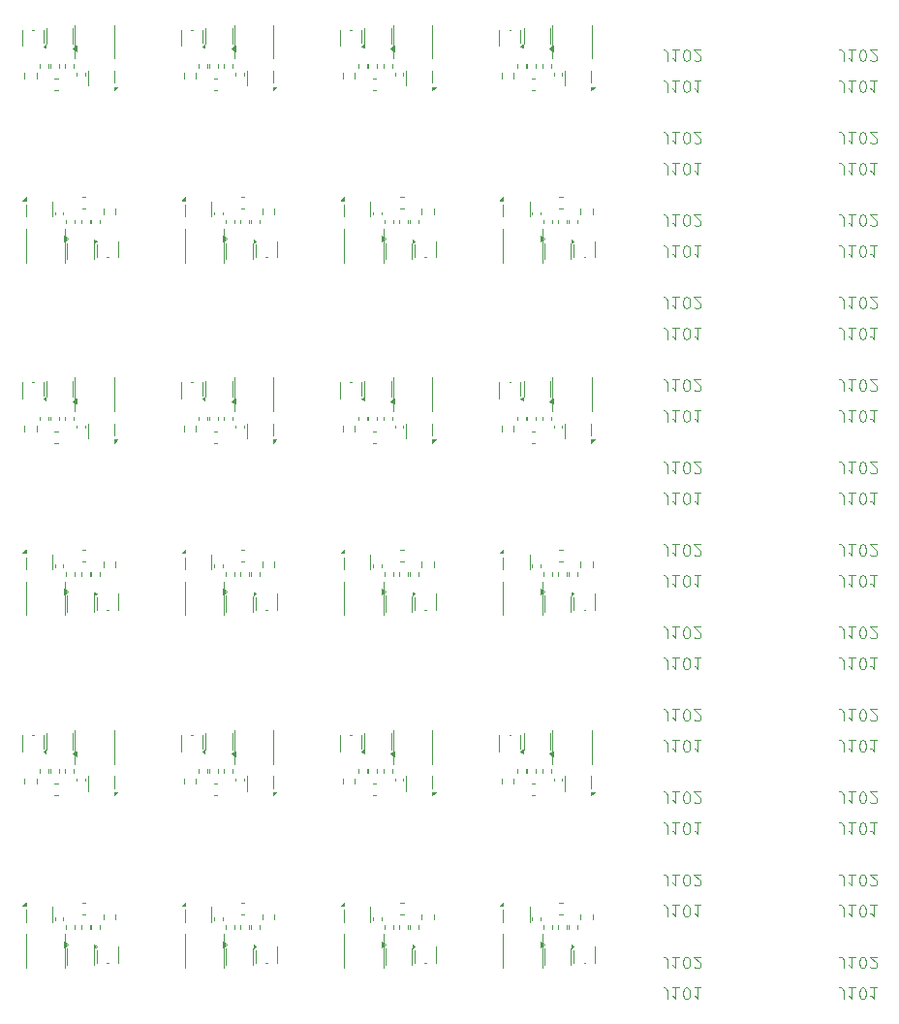
<source format=gbo>
G04 #@! TF.GenerationSoftware,KiCad,Pcbnew,9.0.6-9.0.6~ubuntu24.04.1*
G04 #@! TF.CreationDate,2026-01-11T21:02:37+01:00*
G04 #@! TF.ProjectId,panel,70616e65-6c2e-46b6-9963-61645f706362,rev?*
G04 #@! TF.SameCoordinates,Original*
G04 #@! TF.FileFunction,Legend,Bot*
G04 #@! TF.FilePolarity,Positive*
%FSLAX46Y46*%
G04 Gerber Fmt 4.6, Leading zero omitted, Abs format (unit mm)*
G04 Created by KiCad (PCBNEW 9.0.6-9.0.6~ubuntu24.04.1) date 2026-01-11 21:02:37*
%MOMM*%
%LPD*%
G01*
G04 APERTURE LIST*
%ADD10C,0.100000*%
%ADD11C,0.120000*%
G04 APERTURE END LIST*
D10*
X78064285Y-22192580D02*
X78064285Y-21478295D01*
X78064285Y-21478295D02*
X78016666Y-21335438D01*
X78016666Y-21335438D02*
X77921428Y-21240200D01*
X77921428Y-21240200D02*
X77778571Y-21192580D01*
X77778571Y-21192580D02*
X77683333Y-21192580D01*
X79064285Y-21192580D02*
X78492857Y-21192580D01*
X78778571Y-21192580D02*
X78778571Y-22192580D01*
X78778571Y-22192580D02*
X78683333Y-22049723D01*
X78683333Y-22049723D02*
X78588095Y-21954485D01*
X78588095Y-21954485D02*
X78492857Y-21906866D01*
X79683333Y-22192580D02*
X79778571Y-22192580D01*
X79778571Y-22192580D02*
X79873809Y-22144961D01*
X79873809Y-22144961D02*
X79921428Y-22097342D01*
X79921428Y-22097342D02*
X79969047Y-22002104D01*
X79969047Y-22002104D02*
X80016666Y-21811628D01*
X80016666Y-21811628D02*
X80016666Y-21573533D01*
X80016666Y-21573533D02*
X79969047Y-21383057D01*
X79969047Y-21383057D02*
X79921428Y-21287819D01*
X79921428Y-21287819D02*
X79873809Y-21240200D01*
X79873809Y-21240200D02*
X79778571Y-21192580D01*
X79778571Y-21192580D02*
X79683333Y-21192580D01*
X79683333Y-21192580D02*
X79588095Y-21240200D01*
X79588095Y-21240200D02*
X79540476Y-21287819D01*
X79540476Y-21287819D02*
X79492857Y-21383057D01*
X79492857Y-21383057D02*
X79445238Y-21573533D01*
X79445238Y-21573533D02*
X79445238Y-21811628D01*
X79445238Y-21811628D02*
X79492857Y-22002104D01*
X79492857Y-22002104D02*
X79540476Y-22097342D01*
X79540476Y-22097342D02*
X79588095Y-22144961D01*
X79588095Y-22144961D02*
X79683333Y-22192580D01*
X80969047Y-21192580D02*
X80397619Y-21192580D01*
X80683333Y-21192580D02*
X80683333Y-22192580D01*
X80683333Y-22192580D02*
X80588095Y-22049723D01*
X80588095Y-22049723D02*
X80492857Y-21954485D01*
X80492857Y-21954485D02*
X80397619Y-21906866D01*
X62664285Y-84292580D02*
X62664285Y-83578295D01*
X62664285Y-83578295D02*
X62616666Y-83435438D01*
X62616666Y-83435438D02*
X62521428Y-83340200D01*
X62521428Y-83340200D02*
X62378571Y-83292580D01*
X62378571Y-83292580D02*
X62283333Y-83292580D01*
X63664285Y-83292580D02*
X63092857Y-83292580D01*
X63378571Y-83292580D02*
X63378571Y-84292580D01*
X63378571Y-84292580D02*
X63283333Y-84149723D01*
X63283333Y-84149723D02*
X63188095Y-84054485D01*
X63188095Y-84054485D02*
X63092857Y-84006866D01*
X64283333Y-84292580D02*
X64378571Y-84292580D01*
X64378571Y-84292580D02*
X64473809Y-84244961D01*
X64473809Y-84244961D02*
X64521428Y-84197342D01*
X64521428Y-84197342D02*
X64569047Y-84102104D01*
X64569047Y-84102104D02*
X64616666Y-83911628D01*
X64616666Y-83911628D02*
X64616666Y-83673533D01*
X64616666Y-83673533D02*
X64569047Y-83483057D01*
X64569047Y-83483057D02*
X64521428Y-83387819D01*
X64521428Y-83387819D02*
X64473809Y-83340200D01*
X64473809Y-83340200D02*
X64378571Y-83292580D01*
X64378571Y-83292580D02*
X64283333Y-83292580D01*
X64283333Y-83292580D02*
X64188095Y-83340200D01*
X64188095Y-83340200D02*
X64140476Y-83387819D01*
X64140476Y-83387819D02*
X64092857Y-83483057D01*
X64092857Y-83483057D02*
X64045238Y-83673533D01*
X64045238Y-83673533D02*
X64045238Y-83911628D01*
X64045238Y-83911628D02*
X64092857Y-84102104D01*
X64092857Y-84102104D02*
X64140476Y-84197342D01*
X64140476Y-84197342D02*
X64188095Y-84244961D01*
X64188095Y-84244961D02*
X64283333Y-84292580D01*
X64997619Y-84197342D02*
X65045238Y-84244961D01*
X65045238Y-84244961D02*
X65140476Y-84292580D01*
X65140476Y-84292580D02*
X65378571Y-84292580D01*
X65378571Y-84292580D02*
X65473809Y-84244961D01*
X65473809Y-84244961D02*
X65521428Y-84197342D01*
X65521428Y-84197342D02*
X65569047Y-84102104D01*
X65569047Y-84102104D02*
X65569047Y-84006866D01*
X65569047Y-84006866D02*
X65521428Y-83864009D01*
X65521428Y-83864009D02*
X64950000Y-83292580D01*
X64950000Y-83292580D02*
X65569047Y-83292580D01*
X78064285Y-36592580D02*
X78064285Y-35878295D01*
X78064285Y-35878295D02*
X78016666Y-35735438D01*
X78016666Y-35735438D02*
X77921428Y-35640200D01*
X77921428Y-35640200D02*
X77778571Y-35592580D01*
X77778571Y-35592580D02*
X77683333Y-35592580D01*
X79064285Y-35592580D02*
X78492857Y-35592580D01*
X78778571Y-35592580D02*
X78778571Y-36592580D01*
X78778571Y-36592580D02*
X78683333Y-36449723D01*
X78683333Y-36449723D02*
X78588095Y-36354485D01*
X78588095Y-36354485D02*
X78492857Y-36306866D01*
X79683333Y-36592580D02*
X79778571Y-36592580D01*
X79778571Y-36592580D02*
X79873809Y-36544961D01*
X79873809Y-36544961D02*
X79921428Y-36497342D01*
X79921428Y-36497342D02*
X79969047Y-36402104D01*
X79969047Y-36402104D02*
X80016666Y-36211628D01*
X80016666Y-36211628D02*
X80016666Y-35973533D01*
X80016666Y-35973533D02*
X79969047Y-35783057D01*
X79969047Y-35783057D02*
X79921428Y-35687819D01*
X79921428Y-35687819D02*
X79873809Y-35640200D01*
X79873809Y-35640200D02*
X79778571Y-35592580D01*
X79778571Y-35592580D02*
X79683333Y-35592580D01*
X79683333Y-35592580D02*
X79588095Y-35640200D01*
X79588095Y-35640200D02*
X79540476Y-35687819D01*
X79540476Y-35687819D02*
X79492857Y-35783057D01*
X79492857Y-35783057D02*
X79445238Y-35973533D01*
X79445238Y-35973533D02*
X79445238Y-36211628D01*
X79445238Y-36211628D02*
X79492857Y-36402104D01*
X79492857Y-36402104D02*
X79540476Y-36497342D01*
X79540476Y-36497342D02*
X79588095Y-36544961D01*
X79588095Y-36544961D02*
X79683333Y-36592580D01*
X80969047Y-35592580D02*
X80397619Y-35592580D01*
X80683333Y-35592580D02*
X80683333Y-36592580D01*
X80683333Y-36592580D02*
X80588095Y-36449723D01*
X80588095Y-36449723D02*
X80492857Y-36354485D01*
X80492857Y-36354485D02*
X80397619Y-36306866D01*
X62664285Y-50992580D02*
X62664285Y-50278295D01*
X62664285Y-50278295D02*
X62616666Y-50135438D01*
X62616666Y-50135438D02*
X62521428Y-50040200D01*
X62521428Y-50040200D02*
X62378571Y-49992580D01*
X62378571Y-49992580D02*
X62283333Y-49992580D01*
X63664285Y-49992580D02*
X63092857Y-49992580D01*
X63378571Y-49992580D02*
X63378571Y-50992580D01*
X63378571Y-50992580D02*
X63283333Y-50849723D01*
X63283333Y-50849723D02*
X63188095Y-50754485D01*
X63188095Y-50754485D02*
X63092857Y-50706866D01*
X64283333Y-50992580D02*
X64378571Y-50992580D01*
X64378571Y-50992580D02*
X64473809Y-50944961D01*
X64473809Y-50944961D02*
X64521428Y-50897342D01*
X64521428Y-50897342D02*
X64569047Y-50802104D01*
X64569047Y-50802104D02*
X64616666Y-50611628D01*
X64616666Y-50611628D02*
X64616666Y-50373533D01*
X64616666Y-50373533D02*
X64569047Y-50183057D01*
X64569047Y-50183057D02*
X64521428Y-50087819D01*
X64521428Y-50087819D02*
X64473809Y-50040200D01*
X64473809Y-50040200D02*
X64378571Y-49992580D01*
X64378571Y-49992580D02*
X64283333Y-49992580D01*
X64283333Y-49992580D02*
X64188095Y-50040200D01*
X64188095Y-50040200D02*
X64140476Y-50087819D01*
X64140476Y-50087819D02*
X64092857Y-50183057D01*
X64092857Y-50183057D02*
X64045238Y-50373533D01*
X64045238Y-50373533D02*
X64045238Y-50611628D01*
X64045238Y-50611628D02*
X64092857Y-50802104D01*
X64092857Y-50802104D02*
X64140476Y-50897342D01*
X64140476Y-50897342D02*
X64188095Y-50944961D01*
X64188095Y-50944961D02*
X64283333Y-50992580D01*
X65569047Y-49992580D02*
X64997619Y-49992580D01*
X65283333Y-49992580D02*
X65283333Y-50992580D01*
X65283333Y-50992580D02*
X65188095Y-50849723D01*
X65188095Y-50849723D02*
X65092857Y-50754485D01*
X65092857Y-50754485D02*
X64997619Y-50706866D01*
X62664285Y-29392580D02*
X62664285Y-28678295D01*
X62664285Y-28678295D02*
X62616666Y-28535438D01*
X62616666Y-28535438D02*
X62521428Y-28440200D01*
X62521428Y-28440200D02*
X62378571Y-28392580D01*
X62378571Y-28392580D02*
X62283333Y-28392580D01*
X63664285Y-28392580D02*
X63092857Y-28392580D01*
X63378571Y-28392580D02*
X63378571Y-29392580D01*
X63378571Y-29392580D02*
X63283333Y-29249723D01*
X63283333Y-29249723D02*
X63188095Y-29154485D01*
X63188095Y-29154485D02*
X63092857Y-29106866D01*
X64283333Y-29392580D02*
X64378571Y-29392580D01*
X64378571Y-29392580D02*
X64473809Y-29344961D01*
X64473809Y-29344961D02*
X64521428Y-29297342D01*
X64521428Y-29297342D02*
X64569047Y-29202104D01*
X64569047Y-29202104D02*
X64616666Y-29011628D01*
X64616666Y-29011628D02*
X64616666Y-28773533D01*
X64616666Y-28773533D02*
X64569047Y-28583057D01*
X64569047Y-28583057D02*
X64521428Y-28487819D01*
X64521428Y-28487819D02*
X64473809Y-28440200D01*
X64473809Y-28440200D02*
X64378571Y-28392580D01*
X64378571Y-28392580D02*
X64283333Y-28392580D01*
X64283333Y-28392580D02*
X64188095Y-28440200D01*
X64188095Y-28440200D02*
X64140476Y-28487819D01*
X64140476Y-28487819D02*
X64092857Y-28583057D01*
X64092857Y-28583057D02*
X64045238Y-28773533D01*
X64045238Y-28773533D02*
X64045238Y-29011628D01*
X64045238Y-29011628D02*
X64092857Y-29202104D01*
X64092857Y-29202104D02*
X64140476Y-29297342D01*
X64140476Y-29297342D02*
X64188095Y-29344961D01*
X64188095Y-29344961D02*
X64283333Y-29392580D01*
X65569047Y-28392580D02*
X64997619Y-28392580D01*
X65283333Y-28392580D02*
X65283333Y-29392580D01*
X65283333Y-29392580D02*
X65188095Y-29249723D01*
X65188095Y-29249723D02*
X65092857Y-29154485D01*
X65092857Y-29154485D02*
X64997619Y-29106866D01*
X78064285Y-50992580D02*
X78064285Y-50278295D01*
X78064285Y-50278295D02*
X78016666Y-50135438D01*
X78016666Y-50135438D02*
X77921428Y-50040200D01*
X77921428Y-50040200D02*
X77778571Y-49992580D01*
X77778571Y-49992580D02*
X77683333Y-49992580D01*
X79064285Y-49992580D02*
X78492857Y-49992580D01*
X78778571Y-49992580D02*
X78778571Y-50992580D01*
X78778571Y-50992580D02*
X78683333Y-50849723D01*
X78683333Y-50849723D02*
X78588095Y-50754485D01*
X78588095Y-50754485D02*
X78492857Y-50706866D01*
X79683333Y-50992580D02*
X79778571Y-50992580D01*
X79778571Y-50992580D02*
X79873809Y-50944961D01*
X79873809Y-50944961D02*
X79921428Y-50897342D01*
X79921428Y-50897342D02*
X79969047Y-50802104D01*
X79969047Y-50802104D02*
X80016666Y-50611628D01*
X80016666Y-50611628D02*
X80016666Y-50373533D01*
X80016666Y-50373533D02*
X79969047Y-50183057D01*
X79969047Y-50183057D02*
X79921428Y-50087819D01*
X79921428Y-50087819D02*
X79873809Y-50040200D01*
X79873809Y-50040200D02*
X79778571Y-49992580D01*
X79778571Y-49992580D02*
X79683333Y-49992580D01*
X79683333Y-49992580D02*
X79588095Y-50040200D01*
X79588095Y-50040200D02*
X79540476Y-50087819D01*
X79540476Y-50087819D02*
X79492857Y-50183057D01*
X79492857Y-50183057D02*
X79445238Y-50373533D01*
X79445238Y-50373533D02*
X79445238Y-50611628D01*
X79445238Y-50611628D02*
X79492857Y-50802104D01*
X79492857Y-50802104D02*
X79540476Y-50897342D01*
X79540476Y-50897342D02*
X79588095Y-50944961D01*
X79588095Y-50944961D02*
X79683333Y-50992580D01*
X80969047Y-49992580D02*
X80397619Y-49992580D01*
X80683333Y-49992580D02*
X80683333Y-50992580D01*
X80683333Y-50992580D02*
X80588095Y-50849723D01*
X80588095Y-50849723D02*
X80492857Y-50754485D01*
X80492857Y-50754485D02*
X80397619Y-50706866D01*
X62664285Y-79792580D02*
X62664285Y-79078295D01*
X62664285Y-79078295D02*
X62616666Y-78935438D01*
X62616666Y-78935438D02*
X62521428Y-78840200D01*
X62521428Y-78840200D02*
X62378571Y-78792580D01*
X62378571Y-78792580D02*
X62283333Y-78792580D01*
X63664285Y-78792580D02*
X63092857Y-78792580D01*
X63378571Y-78792580D02*
X63378571Y-79792580D01*
X63378571Y-79792580D02*
X63283333Y-79649723D01*
X63283333Y-79649723D02*
X63188095Y-79554485D01*
X63188095Y-79554485D02*
X63092857Y-79506866D01*
X64283333Y-79792580D02*
X64378571Y-79792580D01*
X64378571Y-79792580D02*
X64473809Y-79744961D01*
X64473809Y-79744961D02*
X64521428Y-79697342D01*
X64521428Y-79697342D02*
X64569047Y-79602104D01*
X64569047Y-79602104D02*
X64616666Y-79411628D01*
X64616666Y-79411628D02*
X64616666Y-79173533D01*
X64616666Y-79173533D02*
X64569047Y-78983057D01*
X64569047Y-78983057D02*
X64521428Y-78887819D01*
X64521428Y-78887819D02*
X64473809Y-78840200D01*
X64473809Y-78840200D02*
X64378571Y-78792580D01*
X64378571Y-78792580D02*
X64283333Y-78792580D01*
X64283333Y-78792580D02*
X64188095Y-78840200D01*
X64188095Y-78840200D02*
X64140476Y-78887819D01*
X64140476Y-78887819D02*
X64092857Y-78983057D01*
X64092857Y-78983057D02*
X64045238Y-79173533D01*
X64045238Y-79173533D02*
X64045238Y-79411628D01*
X64045238Y-79411628D02*
X64092857Y-79602104D01*
X64092857Y-79602104D02*
X64140476Y-79697342D01*
X64140476Y-79697342D02*
X64188095Y-79744961D01*
X64188095Y-79744961D02*
X64283333Y-79792580D01*
X65569047Y-78792580D02*
X64997619Y-78792580D01*
X65283333Y-78792580D02*
X65283333Y-79792580D01*
X65283333Y-79792580D02*
X65188095Y-79649723D01*
X65188095Y-79649723D02*
X65092857Y-79554485D01*
X65092857Y-79554485D02*
X64997619Y-79506866D01*
X78064285Y-91492580D02*
X78064285Y-90778295D01*
X78064285Y-90778295D02*
X78016666Y-90635438D01*
X78016666Y-90635438D02*
X77921428Y-90540200D01*
X77921428Y-90540200D02*
X77778571Y-90492580D01*
X77778571Y-90492580D02*
X77683333Y-90492580D01*
X79064285Y-90492580D02*
X78492857Y-90492580D01*
X78778571Y-90492580D02*
X78778571Y-91492580D01*
X78778571Y-91492580D02*
X78683333Y-91349723D01*
X78683333Y-91349723D02*
X78588095Y-91254485D01*
X78588095Y-91254485D02*
X78492857Y-91206866D01*
X79683333Y-91492580D02*
X79778571Y-91492580D01*
X79778571Y-91492580D02*
X79873809Y-91444961D01*
X79873809Y-91444961D02*
X79921428Y-91397342D01*
X79921428Y-91397342D02*
X79969047Y-91302104D01*
X79969047Y-91302104D02*
X80016666Y-91111628D01*
X80016666Y-91111628D02*
X80016666Y-90873533D01*
X80016666Y-90873533D02*
X79969047Y-90683057D01*
X79969047Y-90683057D02*
X79921428Y-90587819D01*
X79921428Y-90587819D02*
X79873809Y-90540200D01*
X79873809Y-90540200D02*
X79778571Y-90492580D01*
X79778571Y-90492580D02*
X79683333Y-90492580D01*
X79683333Y-90492580D02*
X79588095Y-90540200D01*
X79588095Y-90540200D02*
X79540476Y-90587819D01*
X79540476Y-90587819D02*
X79492857Y-90683057D01*
X79492857Y-90683057D02*
X79445238Y-90873533D01*
X79445238Y-90873533D02*
X79445238Y-91111628D01*
X79445238Y-91111628D02*
X79492857Y-91302104D01*
X79492857Y-91302104D02*
X79540476Y-91397342D01*
X79540476Y-91397342D02*
X79588095Y-91444961D01*
X79588095Y-91444961D02*
X79683333Y-91492580D01*
X80397619Y-91397342D02*
X80445238Y-91444961D01*
X80445238Y-91444961D02*
X80540476Y-91492580D01*
X80540476Y-91492580D02*
X80778571Y-91492580D01*
X80778571Y-91492580D02*
X80873809Y-91444961D01*
X80873809Y-91444961D02*
X80921428Y-91397342D01*
X80921428Y-91397342D02*
X80969047Y-91302104D01*
X80969047Y-91302104D02*
X80969047Y-91206866D01*
X80969047Y-91206866D02*
X80921428Y-91064009D01*
X80921428Y-91064009D02*
X80350000Y-90492580D01*
X80350000Y-90492580D02*
X80969047Y-90492580D01*
X62664285Y-91492580D02*
X62664285Y-90778295D01*
X62664285Y-90778295D02*
X62616666Y-90635438D01*
X62616666Y-90635438D02*
X62521428Y-90540200D01*
X62521428Y-90540200D02*
X62378571Y-90492580D01*
X62378571Y-90492580D02*
X62283333Y-90492580D01*
X63664285Y-90492580D02*
X63092857Y-90492580D01*
X63378571Y-90492580D02*
X63378571Y-91492580D01*
X63378571Y-91492580D02*
X63283333Y-91349723D01*
X63283333Y-91349723D02*
X63188095Y-91254485D01*
X63188095Y-91254485D02*
X63092857Y-91206866D01*
X64283333Y-91492580D02*
X64378571Y-91492580D01*
X64378571Y-91492580D02*
X64473809Y-91444961D01*
X64473809Y-91444961D02*
X64521428Y-91397342D01*
X64521428Y-91397342D02*
X64569047Y-91302104D01*
X64569047Y-91302104D02*
X64616666Y-91111628D01*
X64616666Y-91111628D02*
X64616666Y-90873533D01*
X64616666Y-90873533D02*
X64569047Y-90683057D01*
X64569047Y-90683057D02*
X64521428Y-90587819D01*
X64521428Y-90587819D02*
X64473809Y-90540200D01*
X64473809Y-90540200D02*
X64378571Y-90492580D01*
X64378571Y-90492580D02*
X64283333Y-90492580D01*
X64283333Y-90492580D02*
X64188095Y-90540200D01*
X64188095Y-90540200D02*
X64140476Y-90587819D01*
X64140476Y-90587819D02*
X64092857Y-90683057D01*
X64092857Y-90683057D02*
X64045238Y-90873533D01*
X64045238Y-90873533D02*
X64045238Y-91111628D01*
X64045238Y-91111628D02*
X64092857Y-91302104D01*
X64092857Y-91302104D02*
X64140476Y-91397342D01*
X64140476Y-91397342D02*
X64188095Y-91444961D01*
X64188095Y-91444961D02*
X64283333Y-91492580D01*
X64997619Y-91397342D02*
X65045238Y-91444961D01*
X65045238Y-91444961D02*
X65140476Y-91492580D01*
X65140476Y-91492580D02*
X65378571Y-91492580D01*
X65378571Y-91492580D02*
X65473809Y-91444961D01*
X65473809Y-91444961D02*
X65521428Y-91397342D01*
X65521428Y-91397342D02*
X65569047Y-91302104D01*
X65569047Y-91302104D02*
X65569047Y-91206866D01*
X65569047Y-91206866D02*
X65521428Y-91064009D01*
X65521428Y-91064009D02*
X64950000Y-90492580D01*
X64950000Y-90492580D02*
X65569047Y-90492580D01*
X78064285Y-72592580D02*
X78064285Y-71878295D01*
X78064285Y-71878295D02*
X78016666Y-71735438D01*
X78016666Y-71735438D02*
X77921428Y-71640200D01*
X77921428Y-71640200D02*
X77778571Y-71592580D01*
X77778571Y-71592580D02*
X77683333Y-71592580D01*
X79064285Y-71592580D02*
X78492857Y-71592580D01*
X78778571Y-71592580D02*
X78778571Y-72592580D01*
X78778571Y-72592580D02*
X78683333Y-72449723D01*
X78683333Y-72449723D02*
X78588095Y-72354485D01*
X78588095Y-72354485D02*
X78492857Y-72306866D01*
X79683333Y-72592580D02*
X79778571Y-72592580D01*
X79778571Y-72592580D02*
X79873809Y-72544961D01*
X79873809Y-72544961D02*
X79921428Y-72497342D01*
X79921428Y-72497342D02*
X79969047Y-72402104D01*
X79969047Y-72402104D02*
X80016666Y-72211628D01*
X80016666Y-72211628D02*
X80016666Y-71973533D01*
X80016666Y-71973533D02*
X79969047Y-71783057D01*
X79969047Y-71783057D02*
X79921428Y-71687819D01*
X79921428Y-71687819D02*
X79873809Y-71640200D01*
X79873809Y-71640200D02*
X79778571Y-71592580D01*
X79778571Y-71592580D02*
X79683333Y-71592580D01*
X79683333Y-71592580D02*
X79588095Y-71640200D01*
X79588095Y-71640200D02*
X79540476Y-71687819D01*
X79540476Y-71687819D02*
X79492857Y-71783057D01*
X79492857Y-71783057D02*
X79445238Y-71973533D01*
X79445238Y-71973533D02*
X79445238Y-72211628D01*
X79445238Y-72211628D02*
X79492857Y-72402104D01*
X79492857Y-72402104D02*
X79540476Y-72497342D01*
X79540476Y-72497342D02*
X79588095Y-72544961D01*
X79588095Y-72544961D02*
X79683333Y-72592580D01*
X80969047Y-71592580D02*
X80397619Y-71592580D01*
X80683333Y-71592580D02*
X80683333Y-72592580D01*
X80683333Y-72592580D02*
X80588095Y-72449723D01*
X80588095Y-72449723D02*
X80492857Y-72354485D01*
X80492857Y-72354485D02*
X80397619Y-72306866D01*
X78064285Y-41092580D02*
X78064285Y-40378295D01*
X78064285Y-40378295D02*
X78016666Y-40235438D01*
X78016666Y-40235438D02*
X77921428Y-40140200D01*
X77921428Y-40140200D02*
X77778571Y-40092580D01*
X77778571Y-40092580D02*
X77683333Y-40092580D01*
X79064285Y-40092580D02*
X78492857Y-40092580D01*
X78778571Y-40092580D02*
X78778571Y-41092580D01*
X78778571Y-41092580D02*
X78683333Y-40949723D01*
X78683333Y-40949723D02*
X78588095Y-40854485D01*
X78588095Y-40854485D02*
X78492857Y-40806866D01*
X79683333Y-41092580D02*
X79778571Y-41092580D01*
X79778571Y-41092580D02*
X79873809Y-41044961D01*
X79873809Y-41044961D02*
X79921428Y-40997342D01*
X79921428Y-40997342D02*
X79969047Y-40902104D01*
X79969047Y-40902104D02*
X80016666Y-40711628D01*
X80016666Y-40711628D02*
X80016666Y-40473533D01*
X80016666Y-40473533D02*
X79969047Y-40283057D01*
X79969047Y-40283057D02*
X79921428Y-40187819D01*
X79921428Y-40187819D02*
X79873809Y-40140200D01*
X79873809Y-40140200D02*
X79778571Y-40092580D01*
X79778571Y-40092580D02*
X79683333Y-40092580D01*
X79683333Y-40092580D02*
X79588095Y-40140200D01*
X79588095Y-40140200D02*
X79540476Y-40187819D01*
X79540476Y-40187819D02*
X79492857Y-40283057D01*
X79492857Y-40283057D02*
X79445238Y-40473533D01*
X79445238Y-40473533D02*
X79445238Y-40711628D01*
X79445238Y-40711628D02*
X79492857Y-40902104D01*
X79492857Y-40902104D02*
X79540476Y-40997342D01*
X79540476Y-40997342D02*
X79588095Y-41044961D01*
X79588095Y-41044961D02*
X79683333Y-41092580D01*
X80397619Y-40997342D02*
X80445238Y-41044961D01*
X80445238Y-41044961D02*
X80540476Y-41092580D01*
X80540476Y-41092580D02*
X80778571Y-41092580D01*
X80778571Y-41092580D02*
X80873809Y-41044961D01*
X80873809Y-41044961D02*
X80921428Y-40997342D01*
X80921428Y-40997342D02*
X80969047Y-40902104D01*
X80969047Y-40902104D02*
X80969047Y-40806866D01*
X80969047Y-40806866D02*
X80921428Y-40664009D01*
X80921428Y-40664009D02*
X80350000Y-40092580D01*
X80350000Y-40092580D02*
X80969047Y-40092580D01*
X62664285Y-19492580D02*
X62664285Y-18778295D01*
X62664285Y-18778295D02*
X62616666Y-18635438D01*
X62616666Y-18635438D02*
X62521428Y-18540200D01*
X62521428Y-18540200D02*
X62378571Y-18492580D01*
X62378571Y-18492580D02*
X62283333Y-18492580D01*
X63664285Y-18492580D02*
X63092857Y-18492580D01*
X63378571Y-18492580D02*
X63378571Y-19492580D01*
X63378571Y-19492580D02*
X63283333Y-19349723D01*
X63283333Y-19349723D02*
X63188095Y-19254485D01*
X63188095Y-19254485D02*
X63092857Y-19206866D01*
X64283333Y-19492580D02*
X64378571Y-19492580D01*
X64378571Y-19492580D02*
X64473809Y-19444961D01*
X64473809Y-19444961D02*
X64521428Y-19397342D01*
X64521428Y-19397342D02*
X64569047Y-19302104D01*
X64569047Y-19302104D02*
X64616666Y-19111628D01*
X64616666Y-19111628D02*
X64616666Y-18873533D01*
X64616666Y-18873533D02*
X64569047Y-18683057D01*
X64569047Y-18683057D02*
X64521428Y-18587819D01*
X64521428Y-18587819D02*
X64473809Y-18540200D01*
X64473809Y-18540200D02*
X64378571Y-18492580D01*
X64378571Y-18492580D02*
X64283333Y-18492580D01*
X64283333Y-18492580D02*
X64188095Y-18540200D01*
X64188095Y-18540200D02*
X64140476Y-18587819D01*
X64140476Y-18587819D02*
X64092857Y-18683057D01*
X64092857Y-18683057D02*
X64045238Y-18873533D01*
X64045238Y-18873533D02*
X64045238Y-19111628D01*
X64045238Y-19111628D02*
X64092857Y-19302104D01*
X64092857Y-19302104D02*
X64140476Y-19397342D01*
X64140476Y-19397342D02*
X64188095Y-19444961D01*
X64188095Y-19444961D02*
X64283333Y-19492580D01*
X64997619Y-19397342D02*
X65045238Y-19444961D01*
X65045238Y-19444961D02*
X65140476Y-19492580D01*
X65140476Y-19492580D02*
X65378571Y-19492580D01*
X65378571Y-19492580D02*
X65473809Y-19444961D01*
X65473809Y-19444961D02*
X65521428Y-19397342D01*
X65521428Y-19397342D02*
X65569047Y-19302104D01*
X65569047Y-19302104D02*
X65569047Y-19206866D01*
X65569047Y-19206866D02*
X65521428Y-19064009D01*
X65521428Y-19064009D02*
X64950000Y-18492580D01*
X64950000Y-18492580D02*
X65569047Y-18492580D01*
X62664285Y-55492580D02*
X62664285Y-54778295D01*
X62664285Y-54778295D02*
X62616666Y-54635438D01*
X62616666Y-54635438D02*
X62521428Y-54540200D01*
X62521428Y-54540200D02*
X62378571Y-54492580D01*
X62378571Y-54492580D02*
X62283333Y-54492580D01*
X63664285Y-54492580D02*
X63092857Y-54492580D01*
X63378571Y-54492580D02*
X63378571Y-55492580D01*
X63378571Y-55492580D02*
X63283333Y-55349723D01*
X63283333Y-55349723D02*
X63188095Y-55254485D01*
X63188095Y-55254485D02*
X63092857Y-55206866D01*
X64283333Y-55492580D02*
X64378571Y-55492580D01*
X64378571Y-55492580D02*
X64473809Y-55444961D01*
X64473809Y-55444961D02*
X64521428Y-55397342D01*
X64521428Y-55397342D02*
X64569047Y-55302104D01*
X64569047Y-55302104D02*
X64616666Y-55111628D01*
X64616666Y-55111628D02*
X64616666Y-54873533D01*
X64616666Y-54873533D02*
X64569047Y-54683057D01*
X64569047Y-54683057D02*
X64521428Y-54587819D01*
X64521428Y-54587819D02*
X64473809Y-54540200D01*
X64473809Y-54540200D02*
X64378571Y-54492580D01*
X64378571Y-54492580D02*
X64283333Y-54492580D01*
X64283333Y-54492580D02*
X64188095Y-54540200D01*
X64188095Y-54540200D02*
X64140476Y-54587819D01*
X64140476Y-54587819D02*
X64092857Y-54683057D01*
X64092857Y-54683057D02*
X64045238Y-54873533D01*
X64045238Y-54873533D02*
X64045238Y-55111628D01*
X64045238Y-55111628D02*
X64092857Y-55302104D01*
X64092857Y-55302104D02*
X64140476Y-55397342D01*
X64140476Y-55397342D02*
X64188095Y-55444961D01*
X64188095Y-55444961D02*
X64283333Y-55492580D01*
X64997619Y-55397342D02*
X65045238Y-55444961D01*
X65045238Y-55444961D02*
X65140476Y-55492580D01*
X65140476Y-55492580D02*
X65378571Y-55492580D01*
X65378571Y-55492580D02*
X65473809Y-55444961D01*
X65473809Y-55444961D02*
X65521428Y-55397342D01*
X65521428Y-55397342D02*
X65569047Y-55302104D01*
X65569047Y-55302104D02*
X65569047Y-55206866D01*
X65569047Y-55206866D02*
X65521428Y-55064009D01*
X65521428Y-55064009D02*
X64950000Y-54492580D01*
X64950000Y-54492580D02*
X65569047Y-54492580D01*
X62664285Y-77092580D02*
X62664285Y-76378295D01*
X62664285Y-76378295D02*
X62616666Y-76235438D01*
X62616666Y-76235438D02*
X62521428Y-76140200D01*
X62521428Y-76140200D02*
X62378571Y-76092580D01*
X62378571Y-76092580D02*
X62283333Y-76092580D01*
X63664285Y-76092580D02*
X63092857Y-76092580D01*
X63378571Y-76092580D02*
X63378571Y-77092580D01*
X63378571Y-77092580D02*
X63283333Y-76949723D01*
X63283333Y-76949723D02*
X63188095Y-76854485D01*
X63188095Y-76854485D02*
X63092857Y-76806866D01*
X64283333Y-77092580D02*
X64378571Y-77092580D01*
X64378571Y-77092580D02*
X64473809Y-77044961D01*
X64473809Y-77044961D02*
X64521428Y-76997342D01*
X64521428Y-76997342D02*
X64569047Y-76902104D01*
X64569047Y-76902104D02*
X64616666Y-76711628D01*
X64616666Y-76711628D02*
X64616666Y-76473533D01*
X64616666Y-76473533D02*
X64569047Y-76283057D01*
X64569047Y-76283057D02*
X64521428Y-76187819D01*
X64521428Y-76187819D02*
X64473809Y-76140200D01*
X64473809Y-76140200D02*
X64378571Y-76092580D01*
X64378571Y-76092580D02*
X64283333Y-76092580D01*
X64283333Y-76092580D02*
X64188095Y-76140200D01*
X64188095Y-76140200D02*
X64140476Y-76187819D01*
X64140476Y-76187819D02*
X64092857Y-76283057D01*
X64092857Y-76283057D02*
X64045238Y-76473533D01*
X64045238Y-76473533D02*
X64045238Y-76711628D01*
X64045238Y-76711628D02*
X64092857Y-76902104D01*
X64092857Y-76902104D02*
X64140476Y-76997342D01*
X64140476Y-76997342D02*
X64188095Y-77044961D01*
X64188095Y-77044961D02*
X64283333Y-77092580D01*
X64997619Y-76997342D02*
X65045238Y-77044961D01*
X65045238Y-77044961D02*
X65140476Y-77092580D01*
X65140476Y-77092580D02*
X65378571Y-77092580D01*
X65378571Y-77092580D02*
X65473809Y-77044961D01*
X65473809Y-77044961D02*
X65521428Y-76997342D01*
X65521428Y-76997342D02*
X65569047Y-76902104D01*
X65569047Y-76902104D02*
X65569047Y-76806866D01*
X65569047Y-76806866D02*
X65521428Y-76664009D01*
X65521428Y-76664009D02*
X64950000Y-76092580D01*
X64950000Y-76092580D02*
X65569047Y-76092580D01*
X62664285Y-62692580D02*
X62664285Y-61978295D01*
X62664285Y-61978295D02*
X62616666Y-61835438D01*
X62616666Y-61835438D02*
X62521428Y-61740200D01*
X62521428Y-61740200D02*
X62378571Y-61692580D01*
X62378571Y-61692580D02*
X62283333Y-61692580D01*
X63664285Y-61692580D02*
X63092857Y-61692580D01*
X63378571Y-61692580D02*
X63378571Y-62692580D01*
X63378571Y-62692580D02*
X63283333Y-62549723D01*
X63283333Y-62549723D02*
X63188095Y-62454485D01*
X63188095Y-62454485D02*
X63092857Y-62406866D01*
X64283333Y-62692580D02*
X64378571Y-62692580D01*
X64378571Y-62692580D02*
X64473809Y-62644961D01*
X64473809Y-62644961D02*
X64521428Y-62597342D01*
X64521428Y-62597342D02*
X64569047Y-62502104D01*
X64569047Y-62502104D02*
X64616666Y-62311628D01*
X64616666Y-62311628D02*
X64616666Y-62073533D01*
X64616666Y-62073533D02*
X64569047Y-61883057D01*
X64569047Y-61883057D02*
X64521428Y-61787819D01*
X64521428Y-61787819D02*
X64473809Y-61740200D01*
X64473809Y-61740200D02*
X64378571Y-61692580D01*
X64378571Y-61692580D02*
X64283333Y-61692580D01*
X64283333Y-61692580D02*
X64188095Y-61740200D01*
X64188095Y-61740200D02*
X64140476Y-61787819D01*
X64140476Y-61787819D02*
X64092857Y-61883057D01*
X64092857Y-61883057D02*
X64045238Y-62073533D01*
X64045238Y-62073533D02*
X64045238Y-62311628D01*
X64045238Y-62311628D02*
X64092857Y-62502104D01*
X64092857Y-62502104D02*
X64140476Y-62597342D01*
X64140476Y-62597342D02*
X64188095Y-62644961D01*
X64188095Y-62644961D02*
X64283333Y-62692580D01*
X64997619Y-62597342D02*
X65045238Y-62644961D01*
X65045238Y-62644961D02*
X65140476Y-62692580D01*
X65140476Y-62692580D02*
X65378571Y-62692580D01*
X65378571Y-62692580D02*
X65473809Y-62644961D01*
X65473809Y-62644961D02*
X65521428Y-62597342D01*
X65521428Y-62597342D02*
X65569047Y-62502104D01*
X65569047Y-62502104D02*
X65569047Y-62406866D01*
X65569047Y-62406866D02*
X65521428Y-62264009D01*
X65521428Y-62264009D02*
X64950000Y-61692580D01*
X64950000Y-61692580D02*
X65569047Y-61692580D01*
X78064285Y-69892580D02*
X78064285Y-69178295D01*
X78064285Y-69178295D02*
X78016666Y-69035438D01*
X78016666Y-69035438D02*
X77921428Y-68940200D01*
X77921428Y-68940200D02*
X77778571Y-68892580D01*
X77778571Y-68892580D02*
X77683333Y-68892580D01*
X79064285Y-68892580D02*
X78492857Y-68892580D01*
X78778571Y-68892580D02*
X78778571Y-69892580D01*
X78778571Y-69892580D02*
X78683333Y-69749723D01*
X78683333Y-69749723D02*
X78588095Y-69654485D01*
X78588095Y-69654485D02*
X78492857Y-69606866D01*
X79683333Y-69892580D02*
X79778571Y-69892580D01*
X79778571Y-69892580D02*
X79873809Y-69844961D01*
X79873809Y-69844961D02*
X79921428Y-69797342D01*
X79921428Y-69797342D02*
X79969047Y-69702104D01*
X79969047Y-69702104D02*
X80016666Y-69511628D01*
X80016666Y-69511628D02*
X80016666Y-69273533D01*
X80016666Y-69273533D02*
X79969047Y-69083057D01*
X79969047Y-69083057D02*
X79921428Y-68987819D01*
X79921428Y-68987819D02*
X79873809Y-68940200D01*
X79873809Y-68940200D02*
X79778571Y-68892580D01*
X79778571Y-68892580D02*
X79683333Y-68892580D01*
X79683333Y-68892580D02*
X79588095Y-68940200D01*
X79588095Y-68940200D02*
X79540476Y-68987819D01*
X79540476Y-68987819D02*
X79492857Y-69083057D01*
X79492857Y-69083057D02*
X79445238Y-69273533D01*
X79445238Y-69273533D02*
X79445238Y-69511628D01*
X79445238Y-69511628D02*
X79492857Y-69702104D01*
X79492857Y-69702104D02*
X79540476Y-69797342D01*
X79540476Y-69797342D02*
X79588095Y-69844961D01*
X79588095Y-69844961D02*
X79683333Y-69892580D01*
X80397619Y-69797342D02*
X80445238Y-69844961D01*
X80445238Y-69844961D02*
X80540476Y-69892580D01*
X80540476Y-69892580D02*
X80778571Y-69892580D01*
X80778571Y-69892580D02*
X80873809Y-69844961D01*
X80873809Y-69844961D02*
X80921428Y-69797342D01*
X80921428Y-69797342D02*
X80969047Y-69702104D01*
X80969047Y-69702104D02*
X80969047Y-69606866D01*
X80969047Y-69606866D02*
X80921428Y-69464009D01*
X80921428Y-69464009D02*
X80350000Y-68892580D01*
X80350000Y-68892580D02*
X80969047Y-68892580D01*
X62664285Y-94192580D02*
X62664285Y-93478295D01*
X62664285Y-93478295D02*
X62616666Y-93335438D01*
X62616666Y-93335438D02*
X62521428Y-93240200D01*
X62521428Y-93240200D02*
X62378571Y-93192580D01*
X62378571Y-93192580D02*
X62283333Y-93192580D01*
X63664285Y-93192580D02*
X63092857Y-93192580D01*
X63378571Y-93192580D02*
X63378571Y-94192580D01*
X63378571Y-94192580D02*
X63283333Y-94049723D01*
X63283333Y-94049723D02*
X63188095Y-93954485D01*
X63188095Y-93954485D02*
X63092857Y-93906866D01*
X64283333Y-94192580D02*
X64378571Y-94192580D01*
X64378571Y-94192580D02*
X64473809Y-94144961D01*
X64473809Y-94144961D02*
X64521428Y-94097342D01*
X64521428Y-94097342D02*
X64569047Y-94002104D01*
X64569047Y-94002104D02*
X64616666Y-93811628D01*
X64616666Y-93811628D02*
X64616666Y-93573533D01*
X64616666Y-93573533D02*
X64569047Y-93383057D01*
X64569047Y-93383057D02*
X64521428Y-93287819D01*
X64521428Y-93287819D02*
X64473809Y-93240200D01*
X64473809Y-93240200D02*
X64378571Y-93192580D01*
X64378571Y-93192580D02*
X64283333Y-93192580D01*
X64283333Y-93192580D02*
X64188095Y-93240200D01*
X64188095Y-93240200D02*
X64140476Y-93287819D01*
X64140476Y-93287819D02*
X64092857Y-93383057D01*
X64092857Y-93383057D02*
X64045238Y-93573533D01*
X64045238Y-93573533D02*
X64045238Y-93811628D01*
X64045238Y-93811628D02*
X64092857Y-94002104D01*
X64092857Y-94002104D02*
X64140476Y-94097342D01*
X64140476Y-94097342D02*
X64188095Y-94144961D01*
X64188095Y-94144961D02*
X64283333Y-94192580D01*
X65569047Y-93192580D02*
X64997619Y-93192580D01*
X65283333Y-93192580D02*
X65283333Y-94192580D01*
X65283333Y-94192580D02*
X65188095Y-94049723D01*
X65188095Y-94049723D02*
X65092857Y-93954485D01*
X65092857Y-93954485D02*
X64997619Y-93906866D01*
X62664285Y-43792580D02*
X62664285Y-43078295D01*
X62664285Y-43078295D02*
X62616666Y-42935438D01*
X62616666Y-42935438D02*
X62521428Y-42840200D01*
X62521428Y-42840200D02*
X62378571Y-42792580D01*
X62378571Y-42792580D02*
X62283333Y-42792580D01*
X63664285Y-42792580D02*
X63092857Y-42792580D01*
X63378571Y-42792580D02*
X63378571Y-43792580D01*
X63378571Y-43792580D02*
X63283333Y-43649723D01*
X63283333Y-43649723D02*
X63188095Y-43554485D01*
X63188095Y-43554485D02*
X63092857Y-43506866D01*
X64283333Y-43792580D02*
X64378571Y-43792580D01*
X64378571Y-43792580D02*
X64473809Y-43744961D01*
X64473809Y-43744961D02*
X64521428Y-43697342D01*
X64521428Y-43697342D02*
X64569047Y-43602104D01*
X64569047Y-43602104D02*
X64616666Y-43411628D01*
X64616666Y-43411628D02*
X64616666Y-43173533D01*
X64616666Y-43173533D02*
X64569047Y-42983057D01*
X64569047Y-42983057D02*
X64521428Y-42887819D01*
X64521428Y-42887819D02*
X64473809Y-42840200D01*
X64473809Y-42840200D02*
X64378571Y-42792580D01*
X64378571Y-42792580D02*
X64283333Y-42792580D01*
X64283333Y-42792580D02*
X64188095Y-42840200D01*
X64188095Y-42840200D02*
X64140476Y-42887819D01*
X64140476Y-42887819D02*
X64092857Y-42983057D01*
X64092857Y-42983057D02*
X64045238Y-43173533D01*
X64045238Y-43173533D02*
X64045238Y-43411628D01*
X64045238Y-43411628D02*
X64092857Y-43602104D01*
X64092857Y-43602104D02*
X64140476Y-43697342D01*
X64140476Y-43697342D02*
X64188095Y-43744961D01*
X64188095Y-43744961D02*
X64283333Y-43792580D01*
X65569047Y-42792580D02*
X64997619Y-42792580D01*
X65283333Y-42792580D02*
X65283333Y-43792580D01*
X65283333Y-43792580D02*
X65188095Y-43649723D01*
X65188095Y-43649723D02*
X65092857Y-43554485D01*
X65092857Y-43554485D02*
X64997619Y-43506866D01*
X62664285Y-65392580D02*
X62664285Y-64678295D01*
X62664285Y-64678295D02*
X62616666Y-64535438D01*
X62616666Y-64535438D02*
X62521428Y-64440200D01*
X62521428Y-64440200D02*
X62378571Y-64392580D01*
X62378571Y-64392580D02*
X62283333Y-64392580D01*
X63664285Y-64392580D02*
X63092857Y-64392580D01*
X63378571Y-64392580D02*
X63378571Y-65392580D01*
X63378571Y-65392580D02*
X63283333Y-65249723D01*
X63283333Y-65249723D02*
X63188095Y-65154485D01*
X63188095Y-65154485D02*
X63092857Y-65106866D01*
X64283333Y-65392580D02*
X64378571Y-65392580D01*
X64378571Y-65392580D02*
X64473809Y-65344961D01*
X64473809Y-65344961D02*
X64521428Y-65297342D01*
X64521428Y-65297342D02*
X64569047Y-65202104D01*
X64569047Y-65202104D02*
X64616666Y-65011628D01*
X64616666Y-65011628D02*
X64616666Y-64773533D01*
X64616666Y-64773533D02*
X64569047Y-64583057D01*
X64569047Y-64583057D02*
X64521428Y-64487819D01*
X64521428Y-64487819D02*
X64473809Y-64440200D01*
X64473809Y-64440200D02*
X64378571Y-64392580D01*
X64378571Y-64392580D02*
X64283333Y-64392580D01*
X64283333Y-64392580D02*
X64188095Y-64440200D01*
X64188095Y-64440200D02*
X64140476Y-64487819D01*
X64140476Y-64487819D02*
X64092857Y-64583057D01*
X64092857Y-64583057D02*
X64045238Y-64773533D01*
X64045238Y-64773533D02*
X64045238Y-65011628D01*
X64045238Y-65011628D02*
X64092857Y-65202104D01*
X64092857Y-65202104D02*
X64140476Y-65297342D01*
X64140476Y-65297342D02*
X64188095Y-65344961D01*
X64188095Y-65344961D02*
X64283333Y-65392580D01*
X65569047Y-64392580D02*
X64997619Y-64392580D01*
X65283333Y-64392580D02*
X65283333Y-65392580D01*
X65283333Y-65392580D02*
X65188095Y-65249723D01*
X65188095Y-65249723D02*
X65092857Y-65154485D01*
X65092857Y-65154485D02*
X64997619Y-65106866D01*
X78064285Y-79792580D02*
X78064285Y-79078295D01*
X78064285Y-79078295D02*
X78016666Y-78935438D01*
X78016666Y-78935438D02*
X77921428Y-78840200D01*
X77921428Y-78840200D02*
X77778571Y-78792580D01*
X77778571Y-78792580D02*
X77683333Y-78792580D01*
X79064285Y-78792580D02*
X78492857Y-78792580D01*
X78778571Y-78792580D02*
X78778571Y-79792580D01*
X78778571Y-79792580D02*
X78683333Y-79649723D01*
X78683333Y-79649723D02*
X78588095Y-79554485D01*
X78588095Y-79554485D02*
X78492857Y-79506866D01*
X79683333Y-79792580D02*
X79778571Y-79792580D01*
X79778571Y-79792580D02*
X79873809Y-79744961D01*
X79873809Y-79744961D02*
X79921428Y-79697342D01*
X79921428Y-79697342D02*
X79969047Y-79602104D01*
X79969047Y-79602104D02*
X80016666Y-79411628D01*
X80016666Y-79411628D02*
X80016666Y-79173533D01*
X80016666Y-79173533D02*
X79969047Y-78983057D01*
X79969047Y-78983057D02*
X79921428Y-78887819D01*
X79921428Y-78887819D02*
X79873809Y-78840200D01*
X79873809Y-78840200D02*
X79778571Y-78792580D01*
X79778571Y-78792580D02*
X79683333Y-78792580D01*
X79683333Y-78792580D02*
X79588095Y-78840200D01*
X79588095Y-78840200D02*
X79540476Y-78887819D01*
X79540476Y-78887819D02*
X79492857Y-78983057D01*
X79492857Y-78983057D02*
X79445238Y-79173533D01*
X79445238Y-79173533D02*
X79445238Y-79411628D01*
X79445238Y-79411628D02*
X79492857Y-79602104D01*
X79492857Y-79602104D02*
X79540476Y-79697342D01*
X79540476Y-79697342D02*
X79588095Y-79744961D01*
X79588095Y-79744961D02*
X79683333Y-79792580D01*
X80969047Y-78792580D02*
X80397619Y-78792580D01*
X80683333Y-78792580D02*
X80683333Y-79792580D01*
X80683333Y-79792580D02*
X80588095Y-79649723D01*
X80588095Y-79649723D02*
X80492857Y-79554485D01*
X80492857Y-79554485D02*
X80397619Y-79506866D01*
X78064285Y-29392580D02*
X78064285Y-28678295D01*
X78064285Y-28678295D02*
X78016666Y-28535438D01*
X78016666Y-28535438D02*
X77921428Y-28440200D01*
X77921428Y-28440200D02*
X77778571Y-28392580D01*
X77778571Y-28392580D02*
X77683333Y-28392580D01*
X79064285Y-28392580D02*
X78492857Y-28392580D01*
X78778571Y-28392580D02*
X78778571Y-29392580D01*
X78778571Y-29392580D02*
X78683333Y-29249723D01*
X78683333Y-29249723D02*
X78588095Y-29154485D01*
X78588095Y-29154485D02*
X78492857Y-29106866D01*
X79683333Y-29392580D02*
X79778571Y-29392580D01*
X79778571Y-29392580D02*
X79873809Y-29344961D01*
X79873809Y-29344961D02*
X79921428Y-29297342D01*
X79921428Y-29297342D02*
X79969047Y-29202104D01*
X79969047Y-29202104D02*
X80016666Y-29011628D01*
X80016666Y-29011628D02*
X80016666Y-28773533D01*
X80016666Y-28773533D02*
X79969047Y-28583057D01*
X79969047Y-28583057D02*
X79921428Y-28487819D01*
X79921428Y-28487819D02*
X79873809Y-28440200D01*
X79873809Y-28440200D02*
X79778571Y-28392580D01*
X79778571Y-28392580D02*
X79683333Y-28392580D01*
X79683333Y-28392580D02*
X79588095Y-28440200D01*
X79588095Y-28440200D02*
X79540476Y-28487819D01*
X79540476Y-28487819D02*
X79492857Y-28583057D01*
X79492857Y-28583057D02*
X79445238Y-28773533D01*
X79445238Y-28773533D02*
X79445238Y-29011628D01*
X79445238Y-29011628D02*
X79492857Y-29202104D01*
X79492857Y-29202104D02*
X79540476Y-29297342D01*
X79540476Y-29297342D02*
X79588095Y-29344961D01*
X79588095Y-29344961D02*
X79683333Y-29392580D01*
X80969047Y-28392580D02*
X80397619Y-28392580D01*
X80683333Y-28392580D02*
X80683333Y-29392580D01*
X80683333Y-29392580D02*
X80588095Y-29249723D01*
X80588095Y-29249723D02*
X80492857Y-29154485D01*
X80492857Y-29154485D02*
X80397619Y-29106866D01*
X62664285Y-26692580D02*
X62664285Y-25978295D01*
X62664285Y-25978295D02*
X62616666Y-25835438D01*
X62616666Y-25835438D02*
X62521428Y-25740200D01*
X62521428Y-25740200D02*
X62378571Y-25692580D01*
X62378571Y-25692580D02*
X62283333Y-25692580D01*
X63664285Y-25692580D02*
X63092857Y-25692580D01*
X63378571Y-25692580D02*
X63378571Y-26692580D01*
X63378571Y-26692580D02*
X63283333Y-26549723D01*
X63283333Y-26549723D02*
X63188095Y-26454485D01*
X63188095Y-26454485D02*
X63092857Y-26406866D01*
X64283333Y-26692580D02*
X64378571Y-26692580D01*
X64378571Y-26692580D02*
X64473809Y-26644961D01*
X64473809Y-26644961D02*
X64521428Y-26597342D01*
X64521428Y-26597342D02*
X64569047Y-26502104D01*
X64569047Y-26502104D02*
X64616666Y-26311628D01*
X64616666Y-26311628D02*
X64616666Y-26073533D01*
X64616666Y-26073533D02*
X64569047Y-25883057D01*
X64569047Y-25883057D02*
X64521428Y-25787819D01*
X64521428Y-25787819D02*
X64473809Y-25740200D01*
X64473809Y-25740200D02*
X64378571Y-25692580D01*
X64378571Y-25692580D02*
X64283333Y-25692580D01*
X64283333Y-25692580D02*
X64188095Y-25740200D01*
X64188095Y-25740200D02*
X64140476Y-25787819D01*
X64140476Y-25787819D02*
X64092857Y-25883057D01*
X64092857Y-25883057D02*
X64045238Y-26073533D01*
X64045238Y-26073533D02*
X64045238Y-26311628D01*
X64045238Y-26311628D02*
X64092857Y-26502104D01*
X64092857Y-26502104D02*
X64140476Y-26597342D01*
X64140476Y-26597342D02*
X64188095Y-26644961D01*
X64188095Y-26644961D02*
X64283333Y-26692580D01*
X64997619Y-26597342D02*
X65045238Y-26644961D01*
X65045238Y-26644961D02*
X65140476Y-26692580D01*
X65140476Y-26692580D02*
X65378571Y-26692580D01*
X65378571Y-26692580D02*
X65473809Y-26644961D01*
X65473809Y-26644961D02*
X65521428Y-26597342D01*
X65521428Y-26597342D02*
X65569047Y-26502104D01*
X65569047Y-26502104D02*
X65569047Y-26406866D01*
X65569047Y-26406866D02*
X65521428Y-26264009D01*
X65521428Y-26264009D02*
X64950000Y-25692580D01*
X64950000Y-25692580D02*
X65569047Y-25692580D01*
X62664285Y-86992580D02*
X62664285Y-86278295D01*
X62664285Y-86278295D02*
X62616666Y-86135438D01*
X62616666Y-86135438D02*
X62521428Y-86040200D01*
X62521428Y-86040200D02*
X62378571Y-85992580D01*
X62378571Y-85992580D02*
X62283333Y-85992580D01*
X63664285Y-85992580D02*
X63092857Y-85992580D01*
X63378571Y-85992580D02*
X63378571Y-86992580D01*
X63378571Y-86992580D02*
X63283333Y-86849723D01*
X63283333Y-86849723D02*
X63188095Y-86754485D01*
X63188095Y-86754485D02*
X63092857Y-86706866D01*
X64283333Y-86992580D02*
X64378571Y-86992580D01*
X64378571Y-86992580D02*
X64473809Y-86944961D01*
X64473809Y-86944961D02*
X64521428Y-86897342D01*
X64521428Y-86897342D02*
X64569047Y-86802104D01*
X64569047Y-86802104D02*
X64616666Y-86611628D01*
X64616666Y-86611628D02*
X64616666Y-86373533D01*
X64616666Y-86373533D02*
X64569047Y-86183057D01*
X64569047Y-86183057D02*
X64521428Y-86087819D01*
X64521428Y-86087819D02*
X64473809Y-86040200D01*
X64473809Y-86040200D02*
X64378571Y-85992580D01*
X64378571Y-85992580D02*
X64283333Y-85992580D01*
X64283333Y-85992580D02*
X64188095Y-86040200D01*
X64188095Y-86040200D02*
X64140476Y-86087819D01*
X64140476Y-86087819D02*
X64092857Y-86183057D01*
X64092857Y-86183057D02*
X64045238Y-86373533D01*
X64045238Y-86373533D02*
X64045238Y-86611628D01*
X64045238Y-86611628D02*
X64092857Y-86802104D01*
X64092857Y-86802104D02*
X64140476Y-86897342D01*
X64140476Y-86897342D02*
X64188095Y-86944961D01*
X64188095Y-86944961D02*
X64283333Y-86992580D01*
X65569047Y-85992580D02*
X64997619Y-85992580D01*
X65283333Y-85992580D02*
X65283333Y-86992580D01*
X65283333Y-86992580D02*
X65188095Y-86849723D01*
X65188095Y-86849723D02*
X65092857Y-86754485D01*
X65092857Y-86754485D02*
X64997619Y-86706866D01*
X78064285Y-55492580D02*
X78064285Y-54778295D01*
X78064285Y-54778295D02*
X78016666Y-54635438D01*
X78016666Y-54635438D02*
X77921428Y-54540200D01*
X77921428Y-54540200D02*
X77778571Y-54492580D01*
X77778571Y-54492580D02*
X77683333Y-54492580D01*
X79064285Y-54492580D02*
X78492857Y-54492580D01*
X78778571Y-54492580D02*
X78778571Y-55492580D01*
X78778571Y-55492580D02*
X78683333Y-55349723D01*
X78683333Y-55349723D02*
X78588095Y-55254485D01*
X78588095Y-55254485D02*
X78492857Y-55206866D01*
X79683333Y-55492580D02*
X79778571Y-55492580D01*
X79778571Y-55492580D02*
X79873809Y-55444961D01*
X79873809Y-55444961D02*
X79921428Y-55397342D01*
X79921428Y-55397342D02*
X79969047Y-55302104D01*
X79969047Y-55302104D02*
X80016666Y-55111628D01*
X80016666Y-55111628D02*
X80016666Y-54873533D01*
X80016666Y-54873533D02*
X79969047Y-54683057D01*
X79969047Y-54683057D02*
X79921428Y-54587819D01*
X79921428Y-54587819D02*
X79873809Y-54540200D01*
X79873809Y-54540200D02*
X79778571Y-54492580D01*
X79778571Y-54492580D02*
X79683333Y-54492580D01*
X79683333Y-54492580D02*
X79588095Y-54540200D01*
X79588095Y-54540200D02*
X79540476Y-54587819D01*
X79540476Y-54587819D02*
X79492857Y-54683057D01*
X79492857Y-54683057D02*
X79445238Y-54873533D01*
X79445238Y-54873533D02*
X79445238Y-55111628D01*
X79445238Y-55111628D02*
X79492857Y-55302104D01*
X79492857Y-55302104D02*
X79540476Y-55397342D01*
X79540476Y-55397342D02*
X79588095Y-55444961D01*
X79588095Y-55444961D02*
X79683333Y-55492580D01*
X80397619Y-55397342D02*
X80445238Y-55444961D01*
X80445238Y-55444961D02*
X80540476Y-55492580D01*
X80540476Y-55492580D02*
X80778571Y-55492580D01*
X80778571Y-55492580D02*
X80873809Y-55444961D01*
X80873809Y-55444961D02*
X80921428Y-55397342D01*
X80921428Y-55397342D02*
X80969047Y-55302104D01*
X80969047Y-55302104D02*
X80969047Y-55206866D01*
X80969047Y-55206866D02*
X80921428Y-55064009D01*
X80921428Y-55064009D02*
X80350000Y-54492580D01*
X80350000Y-54492580D02*
X80969047Y-54492580D01*
X78064285Y-19492580D02*
X78064285Y-18778295D01*
X78064285Y-18778295D02*
X78016666Y-18635438D01*
X78016666Y-18635438D02*
X77921428Y-18540200D01*
X77921428Y-18540200D02*
X77778571Y-18492580D01*
X77778571Y-18492580D02*
X77683333Y-18492580D01*
X79064285Y-18492580D02*
X78492857Y-18492580D01*
X78778571Y-18492580D02*
X78778571Y-19492580D01*
X78778571Y-19492580D02*
X78683333Y-19349723D01*
X78683333Y-19349723D02*
X78588095Y-19254485D01*
X78588095Y-19254485D02*
X78492857Y-19206866D01*
X79683333Y-19492580D02*
X79778571Y-19492580D01*
X79778571Y-19492580D02*
X79873809Y-19444961D01*
X79873809Y-19444961D02*
X79921428Y-19397342D01*
X79921428Y-19397342D02*
X79969047Y-19302104D01*
X79969047Y-19302104D02*
X80016666Y-19111628D01*
X80016666Y-19111628D02*
X80016666Y-18873533D01*
X80016666Y-18873533D02*
X79969047Y-18683057D01*
X79969047Y-18683057D02*
X79921428Y-18587819D01*
X79921428Y-18587819D02*
X79873809Y-18540200D01*
X79873809Y-18540200D02*
X79778571Y-18492580D01*
X79778571Y-18492580D02*
X79683333Y-18492580D01*
X79683333Y-18492580D02*
X79588095Y-18540200D01*
X79588095Y-18540200D02*
X79540476Y-18587819D01*
X79540476Y-18587819D02*
X79492857Y-18683057D01*
X79492857Y-18683057D02*
X79445238Y-18873533D01*
X79445238Y-18873533D02*
X79445238Y-19111628D01*
X79445238Y-19111628D02*
X79492857Y-19302104D01*
X79492857Y-19302104D02*
X79540476Y-19397342D01*
X79540476Y-19397342D02*
X79588095Y-19444961D01*
X79588095Y-19444961D02*
X79683333Y-19492580D01*
X80397619Y-19397342D02*
X80445238Y-19444961D01*
X80445238Y-19444961D02*
X80540476Y-19492580D01*
X80540476Y-19492580D02*
X80778571Y-19492580D01*
X80778571Y-19492580D02*
X80873809Y-19444961D01*
X80873809Y-19444961D02*
X80921428Y-19397342D01*
X80921428Y-19397342D02*
X80969047Y-19302104D01*
X80969047Y-19302104D02*
X80969047Y-19206866D01*
X80969047Y-19206866D02*
X80921428Y-19064009D01*
X80921428Y-19064009D02*
X80350000Y-18492580D01*
X80350000Y-18492580D02*
X80969047Y-18492580D01*
X62664285Y-48292580D02*
X62664285Y-47578295D01*
X62664285Y-47578295D02*
X62616666Y-47435438D01*
X62616666Y-47435438D02*
X62521428Y-47340200D01*
X62521428Y-47340200D02*
X62378571Y-47292580D01*
X62378571Y-47292580D02*
X62283333Y-47292580D01*
X63664285Y-47292580D02*
X63092857Y-47292580D01*
X63378571Y-47292580D02*
X63378571Y-48292580D01*
X63378571Y-48292580D02*
X63283333Y-48149723D01*
X63283333Y-48149723D02*
X63188095Y-48054485D01*
X63188095Y-48054485D02*
X63092857Y-48006866D01*
X64283333Y-48292580D02*
X64378571Y-48292580D01*
X64378571Y-48292580D02*
X64473809Y-48244961D01*
X64473809Y-48244961D02*
X64521428Y-48197342D01*
X64521428Y-48197342D02*
X64569047Y-48102104D01*
X64569047Y-48102104D02*
X64616666Y-47911628D01*
X64616666Y-47911628D02*
X64616666Y-47673533D01*
X64616666Y-47673533D02*
X64569047Y-47483057D01*
X64569047Y-47483057D02*
X64521428Y-47387819D01*
X64521428Y-47387819D02*
X64473809Y-47340200D01*
X64473809Y-47340200D02*
X64378571Y-47292580D01*
X64378571Y-47292580D02*
X64283333Y-47292580D01*
X64283333Y-47292580D02*
X64188095Y-47340200D01*
X64188095Y-47340200D02*
X64140476Y-47387819D01*
X64140476Y-47387819D02*
X64092857Y-47483057D01*
X64092857Y-47483057D02*
X64045238Y-47673533D01*
X64045238Y-47673533D02*
X64045238Y-47911628D01*
X64045238Y-47911628D02*
X64092857Y-48102104D01*
X64092857Y-48102104D02*
X64140476Y-48197342D01*
X64140476Y-48197342D02*
X64188095Y-48244961D01*
X64188095Y-48244961D02*
X64283333Y-48292580D01*
X64997619Y-48197342D02*
X65045238Y-48244961D01*
X65045238Y-48244961D02*
X65140476Y-48292580D01*
X65140476Y-48292580D02*
X65378571Y-48292580D01*
X65378571Y-48292580D02*
X65473809Y-48244961D01*
X65473809Y-48244961D02*
X65521428Y-48197342D01*
X65521428Y-48197342D02*
X65569047Y-48102104D01*
X65569047Y-48102104D02*
X65569047Y-48006866D01*
X65569047Y-48006866D02*
X65521428Y-47864009D01*
X65521428Y-47864009D02*
X64950000Y-47292580D01*
X64950000Y-47292580D02*
X65569047Y-47292580D01*
X62664285Y-33892580D02*
X62664285Y-33178295D01*
X62664285Y-33178295D02*
X62616666Y-33035438D01*
X62616666Y-33035438D02*
X62521428Y-32940200D01*
X62521428Y-32940200D02*
X62378571Y-32892580D01*
X62378571Y-32892580D02*
X62283333Y-32892580D01*
X63664285Y-32892580D02*
X63092857Y-32892580D01*
X63378571Y-32892580D02*
X63378571Y-33892580D01*
X63378571Y-33892580D02*
X63283333Y-33749723D01*
X63283333Y-33749723D02*
X63188095Y-33654485D01*
X63188095Y-33654485D02*
X63092857Y-33606866D01*
X64283333Y-33892580D02*
X64378571Y-33892580D01*
X64378571Y-33892580D02*
X64473809Y-33844961D01*
X64473809Y-33844961D02*
X64521428Y-33797342D01*
X64521428Y-33797342D02*
X64569047Y-33702104D01*
X64569047Y-33702104D02*
X64616666Y-33511628D01*
X64616666Y-33511628D02*
X64616666Y-33273533D01*
X64616666Y-33273533D02*
X64569047Y-33083057D01*
X64569047Y-33083057D02*
X64521428Y-32987819D01*
X64521428Y-32987819D02*
X64473809Y-32940200D01*
X64473809Y-32940200D02*
X64378571Y-32892580D01*
X64378571Y-32892580D02*
X64283333Y-32892580D01*
X64283333Y-32892580D02*
X64188095Y-32940200D01*
X64188095Y-32940200D02*
X64140476Y-32987819D01*
X64140476Y-32987819D02*
X64092857Y-33083057D01*
X64092857Y-33083057D02*
X64045238Y-33273533D01*
X64045238Y-33273533D02*
X64045238Y-33511628D01*
X64045238Y-33511628D02*
X64092857Y-33702104D01*
X64092857Y-33702104D02*
X64140476Y-33797342D01*
X64140476Y-33797342D02*
X64188095Y-33844961D01*
X64188095Y-33844961D02*
X64283333Y-33892580D01*
X64997619Y-33797342D02*
X65045238Y-33844961D01*
X65045238Y-33844961D02*
X65140476Y-33892580D01*
X65140476Y-33892580D02*
X65378571Y-33892580D01*
X65378571Y-33892580D02*
X65473809Y-33844961D01*
X65473809Y-33844961D02*
X65521428Y-33797342D01*
X65521428Y-33797342D02*
X65569047Y-33702104D01*
X65569047Y-33702104D02*
X65569047Y-33606866D01*
X65569047Y-33606866D02*
X65521428Y-33464009D01*
X65521428Y-33464009D02*
X64950000Y-32892580D01*
X64950000Y-32892580D02*
X65569047Y-32892580D01*
X62664285Y-14992580D02*
X62664285Y-14278295D01*
X62664285Y-14278295D02*
X62616666Y-14135438D01*
X62616666Y-14135438D02*
X62521428Y-14040200D01*
X62521428Y-14040200D02*
X62378571Y-13992580D01*
X62378571Y-13992580D02*
X62283333Y-13992580D01*
X63664285Y-13992580D02*
X63092857Y-13992580D01*
X63378571Y-13992580D02*
X63378571Y-14992580D01*
X63378571Y-14992580D02*
X63283333Y-14849723D01*
X63283333Y-14849723D02*
X63188095Y-14754485D01*
X63188095Y-14754485D02*
X63092857Y-14706866D01*
X64283333Y-14992580D02*
X64378571Y-14992580D01*
X64378571Y-14992580D02*
X64473809Y-14944961D01*
X64473809Y-14944961D02*
X64521428Y-14897342D01*
X64521428Y-14897342D02*
X64569047Y-14802104D01*
X64569047Y-14802104D02*
X64616666Y-14611628D01*
X64616666Y-14611628D02*
X64616666Y-14373533D01*
X64616666Y-14373533D02*
X64569047Y-14183057D01*
X64569047Y-14183057D02*
X64521428Y-14087819D01*
X64521428Y-14087819D02*
X64473809Y-14040200D01*
X64473809Y-14040200D02*
X64378571Y-13992580D01*
X64378571Y-13992580D02*
X64283333Y-13992580D01*
X64283333Y-13992580D02*
X64188095Y-14040200D01*
X64188095Y-14040200D02*
X64140476Y-14087819D01*
X64140476Y-14087819D02*
X64092857Y-14183057D01*
X64092857Y-14183057D02*
X64045238Y-14373533D01*
X64045238Y-14373533D02*
X64045238Y-14611628D01*
X64045238Y-14611628D02*
X64092857Y-14802104D01*
X64092857Y-14802104D02*
X64140476Y-14897342D01*
X64140476Y-14897342D02*
X64188095Y-14944961D01*
X64188095Y-14944961D02*
X64283333Y-14992580D01*
X65569047Y-13992580D02*
X64997619Y-13992580D01*
X65283333Y-13992580D02*
X65283333Y-14992580D01*
X65283333Y-14992580D02*
X65188095Y-14849723D01*
X65188095Y-14849723D02*
X65092857Y-14754485D01*
X65092857Y-14754485D02*
X64997619Y-14706866D01*
X62664285Y-12292580D02*
X62664285Y-11578295D01*
X62664285Y-11578295D02*
X62616666Y-11435438D01*
X62616666Y-11435438D02*
X62521428Y-11340200D01*
X62521428Y-11340200D02*
X62378571Y-11292580D01*
X62378571Y-11292580D02*
X62283333Y-11292580D01*
X63664285Y-11292580D02*
X63092857Y-11292580D01*
X63378571Y-11292580D02*
X63378571Y-12292580D01*
X63378571Y-12292580D02*
X63283333Y-12149723D01*
X63283333Y-12149723D02*
X63188095Y-12054485D01*
X63188095Y-12054485D02*
X63092857Y-12006866D01*
X64283333Y-12292580D02*
X64378571Y-12292580D01*
X64378571Y-12292580D02*
X64473809Y-12244961D01*
X64473809Y-12244961D02*
X64521428Y-12197342D01*
X64521428Y-12197342D02*
X64569047Y-12102104D01*
X64569047Y-12102104D02*
X64616666Y-11911628D01*
X64616666Y-11911628D02*
X64616666Y-11673533D01*
X64616666Y-11673533D02*
X64569047Y-11483057D01*
X64569047Y-11483057D02*
X64521428Y-11387819D01*
X64521428Y-11387819D02*
X64473809Y-11340200D01*
X64473809Y-11340200D02*
X64378571Y-11292580D01*
X64378571Y-11292580D02*
X64283333Y-11292580D01*
X64283333Y-11292580D02*
X64188095Y-11340200D01*
X64188095Y-11340200D02*
X64140476Y-11387819D01*
X64140476Y-11387819D02*
X64092857Y-11483057D01*
X64092857Y-11483057D02*
X64045238Y-11673533D01*
X64045238Y-11673533D02*
X64045238Y-11911628D01*
X64045238Y-11911628D02*
X64092857Y-12102104D01*
X64092857Y-12102104D02*
X64140476Y-12197342D01*
X64140476Y-12197342D02*
X64188095Y-12244961D01*
X64188095Y-12244961D02*
X64283333Y-12292580D01*
X64997619Y-12197342D02*
X65045238Y-12244961D01*
X65045238Y-12244961D02*
X65140476Y-12292580D01*
X65140476Y-12292580D02*
X65378571Y-12292580D01*
X65378571Y-12292580D02*
X65473809Y-12244961D01*
X65473809Y-12244961D02*
X65521428Y-12197342D01*
X65521428Y-12197342D02*
X65569047Y-12102104D01*
X65569047Y-12102104D02*
X65569047Y-12006866D01*
X65569047Y-12006866D02*
X65521428Y-11864009D01*
X65521428Y-11864009D02*
X64950000Y-11292580D01*
X64950000Y-11292580D02*
X65569047Y-11292580D01*
X78064285Y-77092580D02*
X78064285Y-76378295D01*
X78064285Y-76378295D02*
X78016666Y-76235438D01*
X78016666Y-76235438D02*
X77921428Y-76140200D01*
X77921428Y-76140200D02*
X77778571Y-76092580D01*
X77778571Y-76092580D02*
X77683333Y-76092580D01*
X79064285Y-76092580D02*
X78492857Y-76092580D01*
X78778571Y-76092580D02*
X78778571Y-77092580D01*
X78778571Y-77092580D02*
X78683333Y-76949723D01*
X78683333Y-76949723D02*
X78588095Y-76854485D01*
X78588095Y-76854485D02*
X78492857Y-76806866D01*
X79683333Y-77092580D02*
X79778571Y-77092580D01*
X79778571Y-77092580D02*
X79873809Y-77044961D01*
X79873809Y-77044961D02*
X79921428Y-76997342D01*
X79921428Y-76997342D02*
X79969047Y-76902104D01*
X79969047Y-76902104D02*
X80016666Y-76711628D01*
X80016666Y-76711628D02*
X80016666Y-76473533D01*
X80016666Y-76473533D02*
X79969047Y-76283057D01*
X79969047Y-76283057D02*
X79921428Y-76187819D01*
X79921428Y-76187819D02*
X79873809Y-76140200D01*
X79873809Y-76140200D02*
X79778571Y-76092580D01*
X79778571Y-76092580D02*
X79683333Y-76092580D01*
X79683333Y-76092580D02*
X79588095Y-76140200D01*
X79588095Y-76140200D02*
X79540476Y-76187819D01*
X79540476Y-76187819D02*
X79492857Y-76283057D01*
X79492857Y-76283057D02*
X79445238Y-76473533D01*
X79445238Y-76473533D02*
X79445238Y-76711628D01*
X79445238Y-76711628D02*
X79492857Y-76902104D01*
X79492857Y-76902104D02*
X79540476Y-76997342D01*
X79540476Y-76997342D02*
X79588095Y-77044961D01*
X79588095Y-77044961D02*
X79683333Y-77092580D01*
X80397619Y-76997342D02*
X80445238Y-77044961D01*
X80445238Y-77044961D02*
X80540476Y-77092580D01*
X80540476Y-77092580D02*
X80778571Y-77092580D01*
X80778571Y-77092580D02*
X80873809Y-77044961D01*
X80873809Y-77044961D02*
X80921428Y-76997342D01*
X80921428Y-76997342D02*
X80969047Y-76902104D01*
X80969047Y-76902104D02*
X80969047Y-76806866D01*
X80969047Y-76806866D02*
X80921428Y-76664009D01*
X80921428Y-76664009D02*
X80350000Y-76092580D01*
X80350000Y-76092580D02*
X80969047Y-76092580D01*
X62664285Y-41092580D02*
X62664285Y-40378295D01*
X62664285Y-40378295D02*
X62616666Y-40235438D01*
X62616666Y-40235438D02*
X62521428Y-40140200D01*
X62521428Y-40140200D02*
X62378571Y-40092580D01*
X62378571Y-40092580D02*
X62283333Y-40092580D01*
X63664285Y-40092580D02*
X63092857Y-40092580D01*
X63378571Y-40092580D02*
X63378571Y-41092580D01*
X63378571Y-41092580D02*
X63283333Y-40949723D01*
X63283333Y-40949723D02*
X63188095Y-40854485D01*
X63188095Y-40854485D02*
X63092857Y-40806866D01*
X64283333Y-41092580D02*
X64378571Y-41092580D01*
X64378571Y-41092580D02*
X64473809Y-41044961D01*
X64473809Y-41044961D02*
X64521428Y-40997342D01*
X64521428Y-40997342D02*
X64569047Y-40902104D01*
X64569047Y-40902104D02*
X64616666Y-40711628D01*
X64616666Y-40711628D02*
X64616666Y-40473533D01*
X64616666Y-40473533D02*
X64569047Y-40283057D01*
X64569047Y-40283057D02*
X64521428Y-40187819D01*
X64521428Y-40187819D02*
X64473809Y-40140200D01*
X64473809Y-40140200D02*
X64378571Y-40092580D01*
X64378571Y-40092580D02*
X64283333Y-40092580D01*
X64283333Y-40092580D02*
X64188095Y-40140200D01*
X64188095Y-40140200D02*
X64140476Y-40187819D01*
X64140476Y-40187819D02*
X64092857Y-40283057D01*
X64092857Y-40283057D02*
X64045238Y-40473533D01*
X64045238Y-40473533D02*
X64045238Y-40711628D01*
X64045238Y-40711628D02*
X64092857Y-40902104D01*
X64092857Y-40902104D02*
X64140476Y-40997342D01*
X64140476Y-40997342D02*
X64188095Y-41044961D01*
X64188095Y-41044961D02*
X64283333Y-41092580D01*
X64997619Y-40997342D02*
X65045238Y-41044961D01*
X65045238Y-41044961D02*
X65140476Y-41092580D01*
X65140476Y-41092580D02*
X65378571Y-41092580D01*
X65378571Y-41092580D02*
X65473809Y-41044961D01*
X65473809Y-41044961D02*
X65521428Y-40997342D01*
X65521428Y-40997342D02*
X65569047Y-40902104D01*
X65569047Y-40902104D02*
X65569047Y-40806866D01*
X65569047Y-40806866D02*
X65521428Y-40664009D01*
X65521428Y-40664009D02*
X64950000Y-40092580D01*
X64950000Y-40092580D02*
X65569047Y-40092580D01*
X78064285Y-65392580D02*
X78064285Y-64678295D01*
X78064285Y-64678295D02*
X78016666Y-64535438D01*
X78016666Y-64535438D02*
X77921428Y-64440200D01*
X77921428Y-64440200D02*
X77778571Y-64392580D01*
X77778571Y-64392580D02*
X77683333Y-64392580D01*
X79064285Y-64392580D02*
X78492857Y-64392580D01*
X78778571Y-64392580D02*
X78778571Y-65392580D01*
X78778571Y-65392580D02*
X78683333Y-65249723D01*
X78683333Y-65249723D02*
X78588095Y-65154485D01*
X78588095Y-65154485D02*
X78492857Y-65106866D01*
X79683333Y-65392580D02*
X79778571Y-65392580D01*
X79778571Y-65392580D02*
X79873809Y-65344961D01*
X79873809Y-65344961D02*
X79921428Y-65297342D01*
X79921428Y-65297342D02*
X79969047Y-65202104D01*
X79969047Y-65202104D02*
X80016666Y-65011628D01*
X80016666Y-65011628D02*
X80016666Y-64773533D01*
X80016666Y-64773533D02*
X79969047Y-64583057D01*
X79969047Y-64583057D02*
X79921428Y-64487819D01*
X79921428Y-64487819D02*
X79873809Y-64440200D01*
X79873809Y-64440200D02*
X79778571Y-64392580D01*
X79778571Y-64392580D02*
X79683333Y-64392580D01*
X79683333Y-64392580D02*
X79588095Y-64440200D01*
X79588095Y-64440200D02*
X79540476Y-64487819D01*
X79540476Y-64487819D02*
X79492857Y-64583057D01*
X79492857Y-64583057D02*
X79445238Y-64773533D01*
X79445238Y-64773533D02*
X79445238Y-65011628D01*
X79445238Y-65011628D02*
X79492857Y-65202104D01*
X79492857Y-65202104D02*
X79540476Y-65297342D01*
X79540476Y-65297342D02*
X79588095Y-65344961D01*
X79588095Y-65344961D02*
X79683333Y-65392580D01*
X80969047Y-64392580D02*
X80397619Y-64392580D01*
X80683333Y-64392580D02*
X80683333Y-65392580D01*
X80683333Y-65392580D02*
X80588095Y-65249723D01*
X80588095Y-65249723D02*
X80492857Y-65154485D01*
X80492857Y-65154485D02*
X80397619Y-65106866D01*
X62664285Y-36592580D02*
X62664285Y-35878295D01*
X62664285Y-35878295D02*
X62616666Y-35735438D01*
X62616666Y-35735438D02*
X62521428Y-35640200D01*
X62521428Y-35640200D02*
X62378571Y-35592580D01*
X62378571Y-35592580D02*
X62283333Y-35592580D01*
X63664285Y-35592580D02*
X63092857Y-35592580D01*
X63378571Y-35592580D02*
X63378571Y-36592580D01*
X63378571Y-36592580D02*
X63283333Y-36449723D01*
X63283333Y-36449723D02*
X63188095Y-36354485D01*
X63188095Y-36354485D02*
X63092857Y-36306866D01*
X64283333Y-36592580D02*
X64378571Y-36592580D01*
X64378571Y-36592580D02*
X64473809Y-36544961D01*
X64473809Y-36544961D02*
X64521428Y-36497342D01*
X64521428Y-36497342D02*
X64569047Y-36402104D01*
X64569047Y-36402104D02*
X64616666Y-36211628D01*
X64616666Y-36211628D02*
X64616666Y-35973533D01*
X64616666Y-35973533D02*
X64569047Y-35783057D01*
X64569047Y-35783057D02*
X64521428Y-35687819D01*
X64521428Y-35687819D02*
X64473809Y-35640200D01*
X64473809Y-35640200D02*
X64378571Y-35592580D01*
X64378571Y-35592580D02*
X64283333Y-35592580D01*
X64283333Y-35592580D02*
X64188095Y-35640200D01*
X64188095Y-35640200D02*
X64140476Y-35687819D01*
X64140476Y-35687819D02*
X64092857Y-35783057D01*
X64092857Y-35783057D02*
X64045238Y-35973533D01*
X64045238Y-35973533D02*
X64045238Y-36211628D01*
X64045238Y-36211628D02*
X64092857Y-36402104D01*
X64092857Y-36402104D02*
X64140476Y-36497342D01*
X64140476Y-36497342D02*
X64188095Y-36544961D01*
X64188095Y-36544961D02*
X64283333Y-36592580D01*
X65569047Y-35592580D02*
X64997619Y-35592580D01*
X65283333Y-35592580D02*
X65283333Y-36592580D01*
X65283333Y-36592580D02*
X65188095Y-36449723D01*
X65188095Y-36449723D02*
X65092857Y-36354485D01*
X65092857Y-36354485D02*
X64997619Y-36306866D01*
X78064285Y-62692580D02*
X78064285Y-61978295D01*
X78064285Y-61978295D02*
X78016666Y-61835438D01*
X78016666Y-61835438D02*
X77921428Y-61740200D01*
X77921428Y-61740200D02*
X77778571Y-61692580D01*
X77778571Y-61692580D02*
X77683333Y-61692580D01*
X79064285Y-61692580D02*
X78492857Y-61692580D01*
X78778571Y-61692580D02*
X78778571Y-62692580D01*
X78778571Y-62692580D02*
X78683333Y-62549723D01*
X78683333Y-62549723D02*
X78588095Y-62454485D01*
X78588095Y-62454485D02*
X78492857Y-62406866D01*
X79683333Y-62692580D02*
X79778571Y-62692580D01*
X79778571Y-62692580D02*
X79873809Y-62644961D01*
X79873809Y-62644961D02*
X79921428Y-62597342D01*
X79921428Y-62597342D02*
X79969047Y-62502104D01*
X79969047Y-62502104D02*
X80016666Y-62311628D01*
X80016666Y-62311628D02*
X80016666Y-62073533D01*
X80016666Y-62073533D02*
X79969047Y-61883057D01*
X79969047Y-61883057D02*
X79921428Y-61787819D01*
X79921428Y-61787819D02*
X79873809Y-61740200D01*
X79873809Y-61740200D02*
X79778571Y-61692580D01*
X79778571Y-61692580D02*
X79683333Y-61692580D01*
X79683333Y-61692580D02*
X79588095Y-61740200D01*
X79588095Y-61740200D02*
X79540476Y-61787819D01*
X79540476Y-61787819D02*
X79492857Y-61883057D01*
X79492857Y-61883057D02*
X79445238Y-62073533D01*
X79445238Y-62073533D02*
X79445238Y-62311628D01*
X79445238Y-62311628D02*
X79492857Y-62502104D01*
X79492857Y-62502104D02*
X79540476Y-62597342D01*
X79540476Y-62597342D02*
X79588095Y-62644961D01*
X79588095Y-62644961D02*
X79683333Y-62692580D01*
X80397619Y-62597342D02*
X80445238Y-62644961D01*
X80445238Y-62644961D02*
X80540476Y-62692580D01*
X80540476Y-62692580D02*
X80778571Y-62692580D01*
X80778571Y-62692580D02*
X80873809Y-62644961D01*
X80873809Y-62644961D02*
X80921428Y-62597342D01*
X80921428Y-62597342D02*
X80969047Y-62502104D01*
X80969047Y-62502104D02*
X80969047Y-62406866D01*
X80969047Y-62406866D02*
X80921428Y-62264009D01*
X80921428Y-62264009D02*
X80350000Y-61692580D01*
X80350000Y-61692580D02*
X80969047Y-61692580D01*
X62664285Y-58192580D02*
X62664285Y-57478295D01*
X62664285Y-57478295D02*
X62616666Y-57335438D01*
X62616666Y-57335438D02*
X62521428Y-57240200D01*
X62521428Y-57240200D02*
X62378571Y-57192580D01*
X62378571Y-57192580D02*
X62283333Y-57192580D01*
X63664285Y-57192580D02*
X63092857Y-57192580D01*
X63378571Y-57192580D02*
X63378571Y-58192580D01*
X63378571Y-58192580D02*
X63283333Y-58049723D01*
X63283333Y-58049723D02*
X63188095Y-57954485D01*
X63188095Y-57954485D02*
X63092857Y-57906866D01*
X64283333Y-58192580D02*
X64378571Y-58192580D01*
X64378571Y-58192580D02*
X64473809Y-58144961D01*
X64473809Y-58144961D02*
X64521428Y-58097342D01*
X64521428Y-58097342D02*
X64569047Y-58002104D01*
X64569047Y-58002104D02*
X64616666Y-57811628D01*
X64616666Y-57811628D02*
X64616666Y-57573533D01*
X64616666Y-57573533D02*
X64569047Y-57383057D01*
X64569047Y-57383057D02*
X64521428Y-57287819D01*
X64521428Y-57287819D02*
X64473809Y-57240200D01*
X64473809Y-57240200D02*
X64378571Y-57192580D01*
X64378571Y-57192580D02*
X64283333Y-57192580D01*
X64283333Y-57192580D02*
X64188095Y-57240200D01*
X64188095Y-57240200D02*
X64140476Y-57287819D01*
X64140476Y-57287819D02*
X64092857Y-57383057D01*
X64092857Y-57383057D02*
X64045238Y-57573533D01*
X64045238Y-57573533D02*
X64045238Y-57811628D01*
X64045238Y-57811628D02*
X64092857Y-58002104D01*
X64092857Y-58002104D02*
X64140476Y-58097342D01*
X64140476Y-58097342D02*
X64188095Y-58144961D01*
X64188095Y-58144961D02*
X64283333Y-58192580D01*
X65569047Y-57192580D02*
X64997619Y-57192580D01*
X65283333Y-57192580D02*
X65283333Y-58192580D01*
X65283333Y-58192580D02*
X65188095Y-58049723D01*
X65188095Y-58049723D02*
X65092857Y-57954485D01*
X65092857Y-57954485D02*
X64997619Y-57906866D01*
X78064285Y-58192580D02*
X78064285Y-57478295D01*
X78064285Y-57478295D02*
X78016666Y-57335438D01*
X78016666Y-57335438D02*
X77921428Y-57240200D01*
X77921428Y-57240200D02*
X77778571Y-57192580D01*
X77778571Y-57192580D02*
X77683333Y-57192580D01*
X79064285Y-57192580D02*
X78492857Y-57192580D01*
X78778571Y-57192580D02*
X78778571Y-58192580D01*
X78778571Y-58192580D02*
X78683333Y-58049723D01*
X78683333Y-58049723D02*
X78588095Y-57954485D01*
X78588095Y-57954485D02*
X78492857Y-57906866D01*
X79683333Y-58192580D02*
X79778571Y-58192580D01*
X79778571Y-58192580D02*
X79873809Y-58144961D01*
X79873809Y-58144961D02*
X79921428Y-58097342D01*
X79921428Y-58097342D02*
X79969047Y-58002104D01*
X79969047Y-58002104D02*
X80016666Y-57811628D01*
X80016666Y-57811628D02*
X80016666Y-57573533D01*
X80016666Y-57573533D02*
X79969047Y-57383057D01*
X79969047Y-57383057D02*
X79921428Y-57287819D01*
X79921428Y-57287819D02*
X79873809Y-57240200D01*
X79873809Y-57240200D02*
X79778571Y-57192580D01*
X79778571Y-57192580D02*
X79683333Y-57192580D01*
X79683333Y-57192580D02*
X79588095Y-57240200D01*
X79588095Y-57240200D02*
X79540476Y-57287819D01*
X79540476Y-57287819D02*
X79492857Y-57383057D01*
X79492857Y-57383057D02*
X79445238Y-57573533D01*
X79445238Y-57573533D02*
X79445238Y-57811628D01*
X79445238Y-57811628D02*
X79492857Y-58002104D01*
X79492857Y-58002104D02*
X79540476Y-58097342D01*
X79540476Y-58097342D02*
X79588095Y-58144961D01*
X79588095Y-58144961D02*
X79683333Y-58192580D01*
X80969047Y-57192580D02*
X80397619Y-57192580D01*
X80683333Y-57192580D02*
X80683333Y-58192580D01*
X80683333Y-58192580D02*
X80588095Y-58049723D01*
X80588095Y-58049723D02*
X80492857Y-57954485D01*
X80492857Y-57954485D02*
X80397619Y-57906866D01*
X78064285Y-86992580D02*
X78064285Y-86278295D01*
X78064285Y-86278295D02*
X78016666Y-86135438D01*
X78016666Y-86135438D02*
X77921428Y-86040200D01*
X77921428Y-86040200D02*
X77778571Y-85992580D01*
X77778571Y-85992580D02*
X77683333Y-85992580D01*
X79064285Y-85992580D02*
X78492857Y-85992580D01*
X78778571Y-85992580D02*
X78778571Y-86992580D01*
X78778571Y-86992580D02*
X78683333Y-86849723D01*
X78683333Y-86849723D02*
X78588095Y-86754485D01*
X78588095Y-86754485D02*
X78492857Y-86706866D01*
X79683333Y-86992580D02*
X79778571Y-86992580D01*
X79778571Y-86992580D02*
X79873809Y-86944961D01*
X79873809Y-86944961D02*
X79921428Y-86897342D01*
X79921428Y-86897342D02*
X79969047Y-86802104D01*
X79969047Y-86802104D02*
X80016666Y-86611628D01*
X80016666Y-86611628D02*
X80016666Y-86373533D01*
X80016666Y-86373533D02*
X79969047Y-86183057D01*
X79969047Y-86183057D02*
X79921428Y-86087819D01*
X79921428Y-86087819D02*
X79873809Y-86040200D01*
X79873809Y-86040200D02*
X79778571Y-85992580D01*
X79778571Y-85992580D02*
X79683333Y-85992580D01*
X79683333Y-85992580D02*
X79588095Y-86040200D01*
X79588095Y-86040200D02*
X79540476Y-86087819D01*
X79540476Y-86087819D02*
X79492857Y-86183057D01*
X79492857Y-86183057D02*
X79445238Y-86373533D01*
X79445238Y-86373533D02*
X79445238Y-86611628D01*
X79445238Y-86611628D02*
X79492857Y-86802104D01*
X79492857Y-86802104D02*
X79540476Y-86897342D01*
X79540476Y-86897342D02*
X79588095Y-86944961D01*
X79588095Y-86944961D02*
X79683333Y-86992580D01*
X80969047Y-85992580D02*
X80397619Y-85992580D01*
X80683333Y-85992580D02*
X80683333Y-86992580D01*
X80683333Y-86992580D02*
X80588095Y-86849723D01*
X80588095Y-86849723D02*
X80492857Y-86754485D01*
X80492857Y-86754485D02*
X80397619Y-86706866D01*
X78064285Y-14992580D02*
X78064285Y-14278295D01*
X78064285Y-14278295D02*
X78016666Y-14135438D01*
X78016666Y-14135438D02*
X77921428Y-14040200D01*
X77921428Y-14040200D02*
X77778571Y-13992580D01*
X77778571Y-13992580D02*
X77683333Y-13992580D01*
X79064285Y-13992580D02*
X78492857Y-13992580D01*
X78778571Y-13992580D02*
X78778571Y-14992580D01*
X78778571Y-14992580D02*
X78683333Y-14849723D01*
X78683333Y-14849723D02*
X78588095Y-14754485D01*
X78588095Y-14754485D02*
X78492857Y-14706866D01*
X79683333Y-14992580D02*
X79778571Y-14992580D01*
X79778571Y-14992580D02*
X79873809Y-14944961D01*
X79873809Y-14944961D02*
X79921428Y-14897342D01*
X79921428Y-14897342D02*
X79969047Y-14802104D01*
X79969047Y-14802104D02*
X80016666Y-14611628D01*
X80016666Y-14611628D02*
X80016666Y-14373533D01*
X80016666Y-14373533D02*
X79969047Y-14183057D01*
X79969047Y-14183057D02*
X79921428Y-14087819D01*
X79921428Y-14087819D02*
X79873809Y-14040200D01*
X79873809Y-14040200D02*
X79778571Y-13992580D01*
X79778571Y-13992580D02*
X79683333Y-13992580D01*
X79683333Y-13992580D02*
X79588095Y-14040200D01*
X79588095Y-14040200D02*
X79540476Y-14087819D01*
X79540476Y-14087819D02*
X79492857Y-14183057D01*
X79492857Y-14183057D02*
X79445238Y-14373533D01*
X79445238Y-14373533D02*
X79445238Y-14611628D01*
X79445238Y-14611628D02*
X79492857Y-14802104D01*
X79492857Y-14802104D02*
X79540476Y-14897342D01*
X79540476Y-14897342D02*
X79588095Y-14944961D01*
X79588095Y-14944961D02*
X79683333Y-14992580D01*
X80969047Y-13992580D02*
X80397619Y-13992580D01*
X80683333Y-13992580D02*
X80683333Y-14992580D01*
X80683333Y-14992580D02*
X80588095Y-14849723D01*
X80588095Y-14849723D02*
X80492857Y-14754485D01*
X80492857Y-14754485D02*
X80397619Y-14706866D01*
X62664285Y-22192580D02*
X62664285Y-21478295D01*
X62664285Y-21478295D02*
X62616666Y-21335438D01*
X62616666Y-21335438D02*
X62521428Y-21240200D01*
X62521428Y-21240200D02*
X62378571Y-21192580D01*
X62378571Y-21192580D02*
X62283333Y-21192580D01*
X63664285Y-21192580D02*
X63092857Y-21192580D01*
X63378571Y-21192580D02*
X63378571Y-22192580D01*
X63378571Y-22192580D02*
X63283333Y-22049723D01*
X63283333Y-22049723D02*
X63188095Y-21954485D01*
X63188095Y-21954485D02*
X63092857Y-21906866D01*
X64283333Y-22192580D02*
X64378571Y-22192580D01*
X64378571Y-22192580D02*
X64473809Y-22144961D01*
X64473809Y-22144961D02*
X64521428Y-22097342D01*
X64521428Y-22097342D02*
X64569047Y-22002104D01*
X64569047Y-22002104D02*
X64616666Y-21811628D01*
X64616666Y-21811628D02*
X64616666Y-21573533D01*
X64616666Y-21573533D02*
X64569047Y-21383057D01*
X64569047Y-21383057D02*
X64521428Y-21287819D01*
X64521428Y-21287819D02*
X64473809Y-21240200D01*
X64473809Y-21240200D02*
X64378571Y-21192580D01*
X64378571Y-21192580D02*
X64283333Y-21192580D01*
X64283333Y-21192580D02*
X64188095Y-21240200D01*
X64188095Y-21240200D02*
X64140476Y-21287819D01*
X64140476Y-21287819D02*
X64092857Y-21383057D01*
X64092857Y-21383057D02*
X64045238Y-21573533D01*
X64045238Y-21573533D02*
X64045238Y-21811628D01*
X64045238Y-21811628D02*
X64092857Y-22002104D01*
X64092857Y-22002104D02*
X64140476Y-22097342D01*
X64140476Y-22097342D02*
X64188095Y-22144961D01*
X64188095Y-22144961D02*
X64283333Y-22192580D01*
X65569047Y-21192580D02*
X64997619Y-21192580D01*
X65283333Y-21192580D02*
X65283333Y-22192580D01*
X65283333Y-22192580D02*
X65188095Y-22049723D01*
X65188095Y-22049723D02*
X65092857Y-21954485D01*
X65092857Y-21954485D02*
X64997619Y-21906866D01*
X78064285Y-26692580D02*
X78064285Y-25978295D01*
X78064285Y-25978295D02*
X78016666Y-25835438D01*
X78016666Y-25835438D02*
X77921428Y-25740200D01*
X77921428Y-25740200D02*
X77778571Y-25692580D01*
X77778571Y-25692580D02*
X77683333Y-25692580D01*
X79064285Y-25692580D02*
X78492857Y-25692580D01*
X78778571Y-25692580D02*
X78778571Y-26692580D01*
X78778571Y-26692580D02*
X78683333Y-26549723D01*
X78683333Y-26549723D02*
X78588095Y-26454485D01*
X78588095Y-26454485D02*
X78492857Y-26406866D01*
X79683333Y-26692580D02*
X79778571Y-26692580D01*
X79778571Y-26692580D02*
X79873809Y-26644961D01*
X79873809Y-26644961D02*
X79921428Y-26597342D01*
X79921428Y-26597342D02*
X79969047Y-26502104D01*
X79969047Y-26502104D02*
X80016666Y-26311628D01*
X80016666Y-26311628D02*
X80016666Y-26073533D01*
X80016666Y-26073533D02*
X79969047Y-25883057D01*
X79969047Y-25883057D02*
X79921428Y-25787819D01*
X79921428Y-25787819D02*
X79873809Y-25740200D01*
X79873809Y-25740200D02*
X79778571Y-25692580D01*
X79778571Y-25692580D02*
X79683333Y-25692580D01*
X79683333Y-25692580D02*
X79588095Y-25740200D01*
X79588095Y-25740200D02*
X79540476Y-25787819D01*
X79540476Y-25787819D02*
X79492857Y-25883057D01*
X79492857Y-25883057D02*
X79445238Y-26073533D01*
X79445238Y-26073533D02*
X79445238Y-26311628D01*
X79445238Y-26311628D02*
X79492857Y-26502104D01*
X79492857Y-26502104D02*
X79540476Y-26597342D01*
X79540476Y-26597342D02*
X79588095Y-26644961D01*
X79588095Y-26644961D02*
X79683333Y-26692580D01*
X80397619Y-26597342D02*
X80445238Y-26644961D01*
X80445238Y-26644961D02*
X80540476Y-26692580D01*
X80540476Y-26692580D02*
X80778571Y-26692580D01*
X80778571Y-26692580D02*
X80873809Y-26644961D01*
X80873809Y-26644961D02*
X80921428Y-26597342D01*
X80921428Y-26597342D02*
X80969047Y-26502104D01*
X80969047Y-26502104D02*
X80969047Y-26406866D01*
X80969047Y-26406866D02*
X80921428Y-26264009D01*
X80921428Y-26264009D02*
X80350000Y-25692580D01*
X80350000Y-25692580D02*
X80969047Y-25692580D01*
X62664285Y-69892580D02*
X62664285Y-69178295D01*
X62664285Y-69178295D02*
X62616666Y-69035438D01*
X62616666Y-69035438D02*
X62521428Y-68940200D01*
X62521428Y-68940200D02*
X62378571Y-68892580D01*
X62378571Y-68892580D02*
X62283333Y-68892580D01*
X63664285Y-68892580D02*
X63092857Y-68892580D01*
X63378571Y-68892580D02*
X63378571Y-69892580D01*
X63378571Y-69892580D02*
X63283333Y-69749723D01*
X63283333Y-69749723D02*
X63188095Y-69654485D01*
X63188095Y-69654485D02*
X63092857Y-69606866D01*
X64283333Y-69892580D02*
X64378571Y-69892580D01*
X64378571Y-69892580D02*
X64473809Y-69844961D01*
X64473809Y-69844961D02*
X64521428Y-69797342D01*
X64521428Y-69797342D02*
X64569047Y-69702104D01*
X64569047Y-69702104D02*
X64616666Y-69511628D01*
X64616666Y-69511628D02*
X64616666Y-69273533D01*
X64616666Y-69273533D02*
X64569047Y-69083057D01*
X64569047Y-69083057D02*
X64521428Y-68987819D01*
X64521428Y-68987819D02*
X64473809Y-68940200D01*
X64473809Y-68940200D02*
X64378571Y-68892580D01*
X64378571Y-68892580D02*
X64283333Y-68892580D01*
X64283333Y-68892580D02*
X64188095Y-68940200D01*
X64188095Y-68940200D02*
X64140476Y-68987819D01*
X64140476Y-68987819D02*
X64092857Y-69083057D01*
X64092857Y-69083057D02*
X64045238Y-69273533D01*
X64045238Y-69273533D02*
X64045238Y-69511628D01*
X64045238Y-69511628D02*
X64092857Y-69702104D01*
X64092857Y-69702104D02*
X64140476Y-69797342D01*
X64140476Y-69797342D02*
X64188095Y-69844961D01*
X64188095Y-69844961D02*
X64283333Y-69892580D01*
X64997619Y-69797342D02*
X65045238Y-69844961D01*
X65045238Y-69844961D02*
X65140476Y-69892580D01*
X65140476Y-69892580D02*
X65378571Y-69892580D01*
X65378571Y-69892580D02*
X65473809Y-69844961D01*
X65473809Y-69844961D02*
X65521428Y-69797342D01*
X65521428Y-69797342D02*
X65569047Y-69702104D01*
X65569047Y-69702104D02*
X65569047Y-69606866D01*
X65569047Y-69606866D02*
X65521428Y-69464009D01*
X65521428Y-69464009D02*
X64950000Y-68892580D01*
X64950000Y-68892580D02*
X65569047Y-68892580D01*
X78064285Y-43792580D02*
X78064285Y-43078295D01*
X78064285Y-43078295D02*
X78016666Y-42935438D01*
X78016666Y-42935438D02*
X77921428Y-42840200D01*
X77921428Y-42840200D02*
X77778571Y-42792580D01*
X77778571Y-42792580D02*
X77683333Y-42792580D01*
X79064285Y-42792580D02*
X78492857Y-42792580D01*
X78778571Y-42792580D02*
X78778571Y-43792580D01*
X78778571Y-43792580D02*
X78683333Y-43649723D01*
X78683333Y-43649723D02*
X78588095Y-43554485D01*
X78588095Y-43554485D02*
X78492857Y-43506866D01*
X79683333Y-43792580D02*
X79778571Y-43792580D01*
X79778571Y-43792580D02*
X79873809Y-43744961D01*
X79873809Y-43744961D02*
X79921428Y-43697342D01*
X79921428Y-43697342D02*
X79969047Y-43602104D01*
X79969047Y-43602104D02*
X80016666Y-43411628D01*
X80016666Y-43411628D02*
X80016666Y-43173533D01*
X80016666Y-43173533D02*
X79969047Y-42983057D01*
X79969047Y-42983057D02*
X79921428Y-42887819D01*
X79921428Y-42887819D02*
X79873809Y-42840200D01*
X79873809Y-42840200D02*
X79778571Y-42792580D01*
X79778571Y-42792580D02*
X79683333Y-42792580D01*
X79683333Y-42792580D02*
X79588095Y-42840200D01*
X79588095Y-42840200D02*
X79540476Y-42887819D01*
X79540476Y-42887819D02*
X79492857Y-42983057D01*
X79492857Y-42983057D02*
X79445238Y-43173533D01*
X79445238Y-43173533D02*
X79445238Y-43411628D01*
X79445238Y-43411628D02*
X79492857Y-43602104D01*
X79492857Y-43602104D02*
X79540476Y-43697342D01*
X79540476Y-43697342D02*
X79588095Y-43744961D01*
X79588095Y-43744961D02*
X79683333Y-43792580D01*
X80969047Y-42792580D02*
X80397619Y-42792580D01*
X80683333Y-42792580D02*
X80683333Y-43792580D01*
X80683333Y-43792580D02*
X80588095Y-43649723D01*
X80588095Y-43649723D02*
X80492857Y-43554485D01*
X80492857Y-43554485D02*
X80397619Y-43506866D01*
X78064285Y-48292580D02*
X78064285Y-47578295D01*
X78064285Y-47578295D02*
X78016666Y-47435438D01*
X78016666Y-47435438D02*
X77921428Y-47340200D01*
X77921428Y-47340200D02*
X77778571Y-47292580D01*
X77778571Y-47292580D02*
X77683333Y-47292580D01*
X79064285Y-47292580D02*
X78492857Y-47292580D01*
X78778571Y-47292580D02*
X78778571Y-48292580D01*
X78778571Y-48292580D02*
X78683333Y-48149723D01*
X78683333Y-48149723D02*
X78588095Y-48054485D01*
X78588095Y-48054485D02*
X78492857Y-48006866D01*
X79683333Y-48292580D02*
X79778571Y-48292580D01*
X79778571Y-48292580D02*
X79873809Y-48244961D01*
X79873809Y-48244961D02*
X79921428Y-48197342D01*
X79921428Y-48197342D02*
X79969047Y-48102104D01*
X79969047Y-48102104D02*
X80016666Y-47911628D01*
X80016666Y-47911628D02*
X80016666Y-47673533D01*
X80016666Y-47673533D02*
X79969047Y-47483057D01*
X79969047Y-47483057D02*
X79921428Y-47387819D01*
X79921428Y-47387819D02*
X79873809Y-47340200D01*
X79873809Y-47340200D02*
X79778571Y-47292580D01*
X79778571Y-47292580D02*
X79683333Y-47292580D01*
X79683333Y-47292580D02*
X79588095Y-47340200D01*
X79588095Y-47340200D02*
X79540476Y-47387819D01*
X79540476Y-47387819D02*
X79492857Y-47483057D01*
X79492857Y-47483057D02*
X79445238Y-47673533D01*
X79445238Y-47673533D02*
X79445238Y-47911628D01*
X79445238Y-47911628D02*
X79492857Y-48102104D01*
X79492857Y-48102104D02*
X79540476Y-48197342D01*
X79540476Y-48197342D02*
X79588095Y-48244961D01*
X79588095Y-48244961D02*
X79683333Y-48292580D01*
X80397619Y-48197342D02*
X80445238Y-48244961D01*
X80445238Y-48244961D02*
X80540476Y-48292580D01*
X80540476Y-48292580D02*
X80778571Y-48292580D01*
X80778571Y-48292580D02*
X80873809Y-48244961D01*
X80873809Y-48244961D02*
X80921428Y-48197342D01*
X80921428Y-48197342D02*
X80969047Y-48102104D01*
X80969047Y-48102104D02*
X80969047Y-48006866D01*
X80969047Y-48006866D02*
X80921428Y-47864009D01*
X80921428Y-47864009D02*
X80350000Y-47292580D01*
X80350000Y-47292580D02*
X80969047Y-47292580D01*
X78064285Y-33892580D02*
X78064285Y-33178295D01*
X78064285Y-33178295D02*
X78016666Y-33035438D01*
X78016666Y-33035438D02*
X77921428Y-32940200D01*
X77921428Y-32940200D02*
X77778571Y-32892580D01*
X77778571Y-32892580D02*
X77683333Y-32892580D01*
X79064285Y-32892580D02*
X78492857Y-32892580D01*
X78778571Y-32892580D02*
X78778571Y-33892580D01*
X78778571Y-33892580D02*
X78683333Y-33749723D01*
X78683333Y-33749723D02*
X78588095Y-33654485D01*
X78588095Y-33654485D02*
X78492857Y-33606866D01*
X79683333Y-33892580D02*
X79778571Y-33892580D01*
X79778571Y-33892580D02*
X79873809Y-33844961D01*
X79873809Y-33844961D02*
X79921428Y-33797342D01*
X79921428Y-33797342D02*
X79969047Y-33702104D01*
X79969047Y-33702104D02*
X80016666Y-33511628D01*
X80016666Y-33511628D02*
X80016666Y-33273533D01*
X80016666Y-33273533D02*
X79969047Y-33083057D01*
X79969047Y-33083057D02*
X79921428Y-32987819D01*
X79921428Y-32987819D02*
X79873809Y-32940200D01*
X79873809Y-32940200D02*
X79778571Y-32892580D01*
X79778571Y-32892580D02*
X79683333Y-32892580D01*
X79683333Y-32892580D02*
X79588095Y-32940200D01*
X79588095Y-32940200D02*
X79540476Y-32987819D01*
X79540476Y-32987819D02*
X79492857Y-33083057D01*
X79492857Y-33083057D02*
X79445238Y-33273533D01*
X79445238Y-33273533D02*
X79445238Y-33511628D01*
X79445238Y-33511628D02*
X79492857Y-33702104D01*
X79492857Y-33702104D02*
X79540476Y-33797342D01*
X79540476Y-33797342D02*
X79588095Y-33844961D01*
X79588095Y-33844961D02*
X79683333Y-33892580D01*
X80397619Y-33797342D02*
X80445238Y-33844961D01*
X80445238Y-33844961D02*
X80540476Y-33892580D01*
X80540476Y-33892580D02*
X80778571Y-33892580D01*
X80778571Y-33892580D02*
X80873809Y-33844961D01*
X80873809Y-33844961D02*
X80921428Y-33797342D01*
X80921428Y-33797342D02*
X80969047Y-33702104D01*
X80969047Y-33702104D02*
X80969047Y-33606866D01*
X80969047Y-33606866D02*
X80921428Y-33464009D01*
X80921428Y-33464009D02*
X80350000Y-32892580D01*
X80350000Y-32892580D02*
X80969047Y-32892580D01*
X62664285Y-72592580D02*
X62664285Y-71878295D01*
X62664285Y-71878295D02*
X62616666Y-71735438D01*
X62616666Y-71735438D02*
X62521428Y-71640200D01*
X62521428Y-71640200D02*
X62378571Y-71592580D01*
X62378571Y-71592580D02*
X62283333Y-71592580D01*
X63664285Y-71592580D02*
X63092857Y-71592580D01*
X63378571Y-71592580D02*
X63378571Y-72592580D01*
X63378571Y-72592580D02*
X63283333Y-72449723D01*
X63283333Y-72449723D02*
X63188095Y-72354485D01*
X63188095Y-72354485D02*
X63092857Y-72306866D01*
X64283333Y-72592580D02*
X64378571Y-72592580D01*
X64378571Y-72592580D02*
X64473809Y-72544961D01*
X64473809Y-72544961D02*
X64521428Y-72497342D01*
X64521428Y-72497342D02*
X64569047Y-72402104D01*
X64569047Y-72402104D02*
X64616666Y-72211628D01*
X64616666Y-72211628D02*
X64616666Y-71973533D01*
X64616666Y-71973533D02*
X64569047Y-71783057D01*
X64569047Y-71783057D02*
X64521428Y-71687819D01*
X64521428Y-71687819D02*
X64473809Y-71640200D01*
X64473809Y-71640200D02*
X64378571Y-71592580D01*
X64378571Y-71592580D02*
X64283333Y-71592580D01*
X64283333Y-71592580D02*
X64188095Y-71640200D01*
X64188095Y-71640200D02*
X64140476Y-71687819D01*
X64140476Y-71687819D02*
X64092857Y-71783057D01*
X64092857Y-71783057D02*
X64045238Y-71973533D01*
X64045238Y-71973533D02*
X64045238Y-72211628D01*
X64045238Y-72211628D02*
X64092857Y-72402104D01*
X64092857Y-72402104D02*
X64140476Y-72497342D01*
X64140476Y-72497342D02*
X64188095Y-72544961D01*
X64188095Y-72544961D02*
X64283333Y-72592580D01*
X65569047Y-71592580D02*
X64997619Y-71592580D01*
X65283333Y-71592580D02*
X65283333Y-72592580D01*
X65283333Y-72592580D02*
X65188095Y-72449723D01*
X65188095Y-72449723D02*
X65092857Y-72354485D01*
X65092857Y-72354485D02*
X64997619Y-72306866D01*
X78064285Y-84292580D02*
X78064285Y-83578295D01*
X78064285Y-83578295D02*
X78016666Y-83435438D01*
X78016666Y-83435438D02*
X77921428Y-83340200D01*
X77921428Y-83340200D02*
X77778571Y-83292580D01*
X77778571Y-83292580D02*
X77683333Y-83292580D01*
X79064285Y-83292580D02*
X78492857Y-83292580D01*
X78778571Y-83292580D02*
X78778571Y-84292580D01*
X78778571Y-84292580D02*
X78683333Y-84149723D01*
X78683333Y-84149723D02*
X78588095Y-84054485D01*
X78588095Y-84054485D02*
X78492857Y-84006866D01*
X79683333Y-84292580D02*
X79778571Y-84292580D01*
X79778571Y-84292580D02*
X79873809Y-84244961D01*
X79873809Y-84244961D02*
X79921428Y-84197342D01*
X79921428Y-84197342D02*
X79969047Y-84102104D01*
X79969047Y-84102104D02*
X80016666Y-83911628D01*
X80016666Y-83911628D02*
X80016666Y-83673533D01*
X80016666Y-83673533D02*
X79969047Y-83483057D01*
X79969047Y-83483057D02*
X79921428Y-83387819D01*
X79921428Y-83387819D02*
X79873809Y-83340200D01*
X79873809Y-83340200D02*
X79778571Y-83292580D01*
X79778571Y-83292580D02*
X79683333Y-83292580D01*
X79683333Y-83292580D02*
X79588095Y-83340200D01*
X79588095Y-83340200D02*
X79540476Y-83387819D01*
X79540476Y-83387819D02*
X79492857Y-83483057D01*
X79492857Y-83483057D02*
X79445238Y-83673533D01*
X79445238Y-83673533D02*
X79445238Y-83911628D01*
X79445238Y-83911628D02*
X79492857Y-84102104D01*
X79492857Y-84102104D02*
X79540476Y-84197342D01*
X79540476Y-84197342D02*
X79588095Y-84244961D01*
X79588095Y-84244961D02*
X79683333Y-84292580D01*
X80397619Y-84197342D02*
X80445238Y-84244961D01*
X80445238Y-84244961D02*
X80540476Y-84292580D01*
X80540476Y-84292580D02*
X80778571Y-84292580D01*
X80778571Y-84292580D02*
X80873809Y-84244961D01*
X80873809Y-84244961D02*
X80921428Y-84197342D01*
X80921428Y-84197342D02*
X80969047Y-84102104D01*
X80969047Y-84102104D02*
X80969047Y-84006866D01*
X80969047Y-84006866D02*
X80921428Y-83864009D01*
X80921428Y-83864009D02*
X80350000Y-83292580D01*
X80350000Y-83292580D02*
X80969047Y-83292580D01*
X78064285Y-12292580D02*
X78064285Y-11578295D01*
X78064285Y-11578295D02*
X78016666Y-11435438D01*
X78016666Y-11435438D02*
X77921428Y-11340200D01*
X77921428Y-11340200D02*
X77778571Y-11292580D01*
X77778571Y-11292580D02*
X77683333Y-11292580D01*
X79064285Y-11292580D02*
X78492857Y-11292580D01*
X78778571Y-11292580D02*
X78778571Y-12292580D01*
X78778571Y-12292580D02*
X78683333Y-12149723D01*
X78683333Y-12149723D02*
X78588095Y-12054485D01*
X78588095Y-12054485D02*
X78492857Y-12006866D01*
X79683333Y-12292580D02*
X79778571Y-12292580D01*
X79778571Y-12292580D02*
X79873809Y-12244961D01*
X79873809Y-12244961D02*
X79921428Y-12197342D01*
X79921428Y-12197342D02*
X79969047Y-12102104D01*
X79969047Y-12102104D02*
X80016666Y-11911628D01*
X80016666Y-11911628D02*
X80016666Y-11673533D01*
X80016666Y-11673533D02*
X79969047Y-11483057D01*
X79969047Y-11483057D02*
X79921428Y-11387819D01*
X79921428Y-11387819D02*
X79873809Y-11340200D01*
X79873809Y-11340200D02*
X79778571Y-11292580D01*
X79778571Y-11292580D02*
X79683333Y-11292580D01*
X79683333Y-11292580D02*
X79588095Y-11340200D01*
X79588095Y-11340200D02*
X79540476Y-11387819D01*
X79540476Y-11387819D02*
X79492857Y-11483057D01*
X79492857Y-11483057D02*
X79445238Y-11673533D01*
X79445238Y-11673533D02*
X79445238Y-11911628D01*
X79445238Y-11911628D02*
X79492857Y-12102104D01*
X79492857Y-12102104D02*
X79540476Y-12197342D01*
X79540476Y-12197342D02*
X79588095Y-12244961D01*
X79588095Y-12244961D02*
X79683333Y-12292580D01*
X80397619Y-12197342D02*
X80445238Y-12244961D01*
X80445238Y-12244961D02*
X80540476Y-12292580D01*
X80540476Y-12292580D02*
X80778571Y-12292580D01*
X80778571Y-12292580D02*
X80873809Y-12244961D01*
X80873809Y-12244961D02*
X80921428Y-12197342D01*
X80921428Y-12197342D02*
X80969047Y-12102104D01*
X80969047Y-12102104D02*
X80969047Y-12006866D01*
X80969047Y-12006866D02*
X80921428Y-11864009D01*
X80921428Y-11864009D02*
X80350000Y-11292580D01*
X80350000Y-11292580D02*
X80969047Y-11292580D01*
X78064285Y-94192580D02*
X78064285Y-93478295D01*
X78064285Y-93478295D02*
X78016666Y-93335438D01*
X78016666Y-93335438D02*
X77921428Y-93240200D01*
X77921428Y-93240200D02*
X77778571Y-93192580D01*
X77778571Y-93192580D02*
X77683333Y-93192580D01*
X79064285Y-93192580D02*
X78492857Y-93192580D01*
X78778571Y-93192580D02*
X78778571Y-94192580D01*
X78778571Y-94192580D02*
X78683333Y-94049723D01*
X78683333Y-94049723D02*
X78588095Y-93954485D01*
X78588095Y-93954485D02*
X78492857Y-93906866D01*
X79683333Y-94192580D02*
X79778571Y-94192580D01*
X79778571Y-94192580D02*
X79873809Y-94144961D01*
X79873809Y-94144961D02*
X79921428Y-94097342D01*
X79921428Y-94097342D02*
X79969047Y-94002104D01*
X79969047Y-94002104D02*
X80016666Y-93811628D01*
X80016666Y-93811628D02*
X80016666Y-93573533D01*
X80016666Y-93573533D02*
X79969047Y-93383057D01*
X79969047Y-93383057D02*
X79921428Y-93287819D01*
X79921428Y-93287819D02*
X79873809Y-93240200D01*
X79873809Y-93240200D02*
X79778571Y-93192580D01*
X79778571Y-93192580D02*
X79683333Y-93192580D01*
X79683333Y-93192580D02*
X79588095Y-93240200D01*
X79588095Y-93240200D02*
X79540476Y-93287819D01*
X79540476Y-93287819D02*
X79492857Y-93383057D01*
X79492857Y-93383057D02*
X79445238Y-93573533D01*
X79445238Y-93573533D02*
X79445238Y-93811628D01*
X79445238Y-93811628D02*
X79492857Y-94002104D01*
X79492857Y-94002104D02*
X79540476Y-94097342D01*
X79540476Y-94097342D02*
X79588095Y-94144961D01*
X79588095Y-94144961D02*
X79683333Y-94192580D01*
X80969047Y-93192580D02*
X80397619Y-93192580D01*
X80683333Y-93192580D02*
X80683333Y-94192580D01*
X80683333Y-94192580D02*
X80588095Y-94049723D01*
X80588095Y-94049723D02*
X80492857Y-93954485D01*
X80492857Y-93954485D02*
X80397619Y-93906866D01*
D11*
G04 #@! TO.C,L101*
X34375000Y-88525000D02*
X34375000Y-91475000D01*
X37825000Y-88525000D02*
X37825000Y-91475000D01*
G04 #@! TO.C,Q102*
X37990000Y-89790000D02*
X37990000Y-91200000D01*
X40310000Y-89800000D02*
X40310000Y-91200000D01*
X38040000Y-89420000D02*
X37710000Y-89660000D01*
X37710000Y-89180000D01*
X38040000Y-89420000D01*
G36*
X38040000Y-89420000D02*
G01*
X37710000Y-89660000D01*
X37710000Y-89180000D01*
X38040000Y-89420000D01*
G37*
G04 #@! TO.C,U103*
X6590001Y-87460000D02*
X6590000Y-86410000D01*
X8909999Y-87460000D02*
X8909999Y-86160000D01*
X6590000Y-86050000D02*
X6310000Y-86050000D01*
X6590000Y-85770000D01*
X6590000Y-86050000D01*
G36*
X6590000Y-86050000D02*
G01*
X6310000Y-86050000D01*
X6590000Y-85770000D01*
X6590000Y-86050000D01*
G37*
G04 #@! TO.C,Q102*
X10190000Y-89790000D02*
X10190000Y-91200000D01*
X12510000Y-89800000D02*
X12510000Y-91200000D01*
X10240000Y-89420000D02*
X9910000Y-89660000D01*
X9910000Y-89180000D01*
X10240000Y-89420000D01*
G36*
X10240000Y-89420000D02*
G01*
X9910000Y-89660000D01*
X9910000Y-89180000D01*
X10240000Y-89420000D01*
G37*
G04 #@! TO.C,R104*
X51820000Y-57253641D02*
X51820000Y-56946359D01*
X52580000Y-57253641D02*
X52580000Y-56946359D01*
G04 #@! TO.C,R103*
X27277500Y-25187742D02*
X27277500Y-25662258D01*
X28322500Y-25187742D02*
X28322500Y-25662258D01*
G04 #@! TO.C,U102*
X6257500Y-9560000D02*
X6257500Y-10980000D01*
X7257500Y-9560000D02*
X7127500Y-9560000D01*
X8127500Y-10695568D02*
X8127500Y-9560000D01*
X8322500Y-11130000D02*
X8132499Y-10990000D01*
X8322500Y-10850000D01*
X8322500Y-11130000D01*
G36*
X8322500Y-11130000D02*
G01*
X8132499Y-10990000D01*
X8322500Y-10850000D01*
X8322500Y-11130000D01*
G37*
X40572500Y-28304432D02*
X40572500Y-29440000D01*
X41442500Y-29440000D02*
X41572500Y-29440000D01*
X42442500Y-29440000D02*
X42442500Y-28020000D01*
X40567501Y-28010000D02*
X40377500Y-28150000D01*
X40377500Y-27870000D01*
X40567501Y-28010000D01*
G36*
X40567501Y-28010000D02*
G01*
X40377500Y-28150000D01*
X40377500Y-27870000D01*
X40567501Y-28010000D01*
G37*
G04 #@! TO.C,R103*
X13377500Y-55987742D02*
X13377500Y-56462258D01*
X14422500Y-55987742D02*
X14422500Y-56462258D01*
G04 #@! TO.C,R102*
X12320000Y-87746359D02*
X12320000Y-88053641D01*
X13080000Y-87746359D02*
X13080000Y-88053641D01*
G04 #@! TO.C,R104*
X10020000Y-43346359D02*
X10020000Y-43653641D01*
X10780000Y-43346359D02*
X10780000Y-43653641D01*
X51820000Y-88053641D02*
X51820000Y-87746359D01*
X52580000Y-88053641D02*
X52580000Y-87746359D01*
G04 #@! TO.C,L101*
X6575000Y-57725000D02*
X6575000Y-60675000D01*
X10025000Y-57725000D02*
X10025000Y-60675000D01*
G04 #@! TO.C,C101*
X25409419Y-85770000D02*
X25690581Y-85770000D01*
X25409419Y-86790000D02*
X25690581Y-86790000D01*
G04 #@! TO.C,Q102*
X10190000Y-58990000D02*
X10190000Y-60400000D01*
X12510000Y-59000000D02*
X12510000Y-60400000D01*
X10240000Y-58620000D02*
X9910000Y-58860000D01*
X9910000Y-58380000D01*
X10240000Y-58620000D01*
G36*
X10240000Y-58620000D02*
G01*
X9910000Y-58860000D01*
X9910000Y-58380000D01*
X10240000Y-58620000D01*
G37*
G04 #@! TO.C,R104*
X37820000Y-12546359D02*
X37820000Y-12853641D01*
X38580000Y-12546359D02*
X38580000Y-12853641D01*
G04 #@! TO.C,R106*
X25320000Y-26146359D02*
X25320000Y-26453641D01*
X26080000Y-26146359D02*
X26080000Y-26453641D01*
G04 #@! TO.C,U102*
X12772500Y-59104432D02*
X12772500Y-60240000D01*
X13642500Y-60240000D02*
X13772500Y-60240000D01*
X14642500Y-60240000D02*
X14642500Y-58820000D01*
X12767501Y-58810000D02*
X12577500Y-58950000D01*
X12577500Y-58670000D01*
X12767501Y-58810000D01*
G36*
X12767501Y-58810000D02*
G01*
X12577500Y-58950000D01*
X12577500Y-58670000D01*
X12767501Y-58810000D01*
G37*
G04 #@! TO.C,R102*
X12320000Y-26146359D02*
X12320000Y-26453641D01*
X13080000Y-26146359D02*
X13080000Y-26453641D01*
G04 #@! TO.C,R104*
X24020000Y-88053641D02*
X24020000Y-87746359D01*
X24780000Y-88053641D02*
X24780000Y-87746359D01*
G04 #@! TO.C,U102*
X54472500Y-28304432D02*
X54472500Y-29440000D01*
X55342500Y-29440000D02*
X55472500Y-29440000D01*
X56342500Y-29440000D02*
X56342500Y-28020000D01*
X54467501Y-28010000D02*
X54277500Y-28150000D01*
X54277500Y-27870000D01*
X54467501Y-28010000D01*
G36*
X54467501Y-28010000D02*
G01*
X54277500Y-28150000D01*
X54277500Y-27870000D01*
X54467501Y-28010000D01*
G37*
X34057500Y-9560000D02*
X34057500Y-10980000D01*
X35057500Y-9560000D02*
X34927500Y-9560000D01*
X35927500Y-10695568D02*
X35927500Y-9560000D01*
X36122500Y-11130000D02*
X35932499Y-10990000D01*
X36122500Y-10850000D01*
X36122500Y-11130000D01*
G36*
X36122500Y-11130000D02*
G01*
X35932499Y-10990000D01*
X36122500Y-10850000D01*
X36122500Y-11130000D01*
G37*
G04 #@! TO.C,Q102*
X36190000Y-72400000D02*
X36190000Y-71000000D01*
X38510000Y-72410000D02*
X38510000Y-71000000D01*
X38790000Y-73020000D02*
X38460000Y-72780000D01*
X38790000Y-72540000D01*
X38790000Y-73020000D01*
G36*
X38790000Y-73020000D02*
G01*
X38460000Y-72780000D01*
X38790000Y-72540000D01*
X38790000Y-73020000D01*
G37*
G04 #@! TO.C,L101*
X24775000Y-12075000D02*
X24775000Y-9125000D01*
X28225000Y-12075000D02*
X28225000Y-9125000D01*
G04 #@! TO.C,U102*
X54472500Y-59104432D02*
X54472500Y-60240000D01*
X55342500Y-60240000D02*
X55472500Y-60240000D01*
X56342500Y-60240000D02*
X56342500Y-58820000D01*
X54467501Y-58810000D02*
X54277500Y-58950000D01*
X54277500Y-58670000D01*
X54467501Y-58810000D01*
G36*
X54467501Y-58810000D02*
G01*
X54277500Y-58950000D01*
X54277500Y-58670000D01*
X54467501Y-58810000D01*
G37*
G04 #@! TO.C,R103*
X55077500Y-55987742D02*
X55077500Y-56462258D01*
X56122500Y-55987742D02*
X56122500Y-56462258D01*
G04 #@! TO.C,R106*
X50420000Y-43653641D02*
X50420000Y-43346359D01*
X51180000Y-43653641D02*
X51180000Y-43346359D01*
G04 #@! TO.C,R104*
X10020000Y-12546359D02*
X10020000Y-12853641D01*
X10780000Y-12546359D02*
X10780000Y-12853641D01*
G04 #@! TO.C,R103*
X13377500Y-86787742D02*
X13377500Y-87262258D01*
X14422500Y-86787742D02*
X14422500Y-87262258D01*
G04 #@! TO.C,U102*
X12772500Y-28304432D02*
X12772500Y-29440000D01*
X13642500Y-29440000D02*
X13772500Y-29440000D01*
X14642500Y-29440000D02*
X14642500Y-28020000D01*
X12767501Y-28010000D02*
X12577500Y-28150000D01*
X12577500Y-27870000D01*
X12767501Y-28010000D01*
G36*
X12767501Y-28010000D02*
G01*
X12577500Y-28150000D01*
X12577500Y-27870000D01*
X12767501Y-28010000D01*
G37*
X20157500Y-9560000D02*
X20157500Y-10980000D01*
X21157500Y-9560000D02*
X21027500Y-9560000D01*
X22027500Y-10695568D02*
X22027500Y-9560000D01*
X22222500Y-11130000D02*
X22032499Y-10990000D01*
X22222500Y-10850000D01*
X22222500Y-11130000D01*
G36*
X22222500Y-11130000D02*
G01*
X22032499Y-10990000D01*
X22222500Y-10850000D01*
X22222500Y-11130000D01*
G37*
G04 #@! TO.C,L101*
X48275000Y-57725000D02*
X48275000Y-60675000D01*
X51725000Y-57725000D02*
X51725000Y-60675000D01*
G04 #@! TO.C,R103*
X6477500Y-44612258D02*
X6477500Y-44137742D01*
X7522500Y-44612258D02*
X7522500Y-44137742D01*
G04 #@! TO.C,R102*
X40120000Y-26146359D02*
X40120000Y-26453641D01*
X40880000Y-26146359D02*
X40880000Y-26453641D01*
G04 #@! TO.C,R106*
X39220000Y-56946359D02*
X39220000Y-57253641D01*
X39980000Y-56946359D02*
X39980000Y-57253641D01*
G04 #@! TO.C,U102*
X6257500Y-40360000D02*
X6257500Y-41780000D01*
X7257500Y-40360000D02*
X7127500Y-40360000D01*
X8127500Y-41495568D02*
X8127500Y-40360000D01*
X8322500Y-41930000D02*
X8132499Y-41790000D01*
X8322500Y-41650000D01*
X8322500Y-41930000D01*
G36*
X8322500Y-41930000D02*
G01*
X8132499Y-41790000D01*
X8322500Y-41650000D01*
X8322500Y-41930000D01*
G37*
G04 #@! TO.C,R104*
X37920000Y-88053641D02*
X37920000Y-87746359D01*
X38680000Y-88053641D02*
X38680000Y-87746359D01*
G04 #@! TO.C,C104*
X36950000Y-25472164D02*
X36950000Y-25687836D01*
X37670000Y-25472164D02*
X37670000Y-25687836D01*
G04 #@! TO.C,R104*
X10020000Y-74146359D02*
X10020000Y-74453641D01*
X10780000Y-74146359D02*
X10780000Y-74453641D01*
G04 #@! TO.C,R102*
X35620000Y-43653641D02*
X35620000Y-43346359D01*
X36380000Y-43653641D02*
X36380000Y-43346359D01*
G04 #@! TO.C,C104*
X23050000Y-87072164D02*
X23050000Y-87287836D01*
X23770000Y-87072164D02*
X23770000Y-87287836D01*
G04 #@! TO.C,R106*
X8720000Y-12853641D02*
X8720000Y-12546359D01*
X9480000Y-12853641D02*
X9480000Y-12546359D01*
G04 #@! TO.C,C101*
X53209419Y-24170000D02*
X53490581Y-24170000D01*
X53209419Y-25190000D02*
X53490581Y-25190000D01*
G04 #@! TO.C,R104*
X23920000Y-43346359D02*
X23920000Y-43653641D01*
X24680000Y-43346359D02*
X24680000Y-43653641D01*
G04 #@! TO.C,U102*
X26672500Y-59104432D02*
X26672500Y-60240000D01*
X27542500Y-60240000D02*
X27672500Y-60240000D01*
X28542500Y-60240000D02*
X28542500Y-58820000D01*
X26667501Y-58810000D02*
X26477500Y-58950000D01*
X26477500Y-58670000D01*
X26667501Y-58810000D01*
G36*
X26667501Y-58810000D02*
G01*
X26477500Y-58950000D01*
X26477500Y-58670000D01*
X26667501Y-58810000D01*
G37*
G04 #@! TO.C,C104*
X11030000Y-13527836D02*
X11030000Y-13312164D01*
X11750000Y-13527836D02*
X11750000Y-13312164D01*
G04 #@! TO.C,U102*
X47957500Y-9560000D02*
X47957500Y-10980000D01*
X48957500Y-9560000D02*
X48827500Y-9560000D01*
X49827500Y-10695568D02*
X49827500Y-9560000D01*
X50022500Y-11130000D02*
X49832499Y-10990000D01*
X50022500Y-10850000D01*
X50022500Y-11130000D01*
G36*
X50022500Y-11130000D02*
G01*
X49832499Y-10990000D01*
X50022500Y-10850000D01*
X50022500Y-11130000D01*
G37*
G04 #@! TO.C,U103*
X25890001Y-74740000D02*
X25890001Y-76040000D01*
X28209999Y-74740000D02*
X28210000Y-75790000D01*
X28210000Y-76430000D02*
X28210000Y-76150000D01*
X28490000Y-76150000D01*
X28210000Y-76430000D01*
G36*
X28210000Y-76430000D02*
G01*
X28210000Y-76150000D01*
X28490000Y-76150000D01*
X28210000Y-76430000D01*
G37*
G04 #@! TO.C,C104*
X24930000Y-44327836D02*
X24930000Y-44112164D01*
X25650000Y-44327836D02*
X25650000Y-44112164D01*
G04 #@! TO.C,R106*
X53120000Y-87746359D02*
X53120000Y-88053641D01*
X53880000Y-87746359D02*
X53880000Y-88053641D01*
G04 #@! TO.C,R103*
X20377500Y-75412258D02*
X20377500Y-74937742D01*
X21422500Y-75412258D02*
X21422500Y-74937742D01*
G04 #@! TO.C,L101*
X38675000Y-42875000D02*
X38675000Y-39925000D01*
X42125000Y-42875000D02*
X42125000Y-39925000D01*
G04 #@! TO.C,R104*
X37920000Y-26453641D02*
X37920000Y-26146359D01*
X38680000Y-26453641D02*
X38680000Y-26146359D01*
G04 #@! TO.C,C101*
X9390581Y-75410000D02*
X9109419Y-75410000D01*
X9390581Y-76430000D02*
X9109419Y-76430000D01*
G04 #@! TO.C,R106*
X53120000Y-26146359D02*
X53120000Y-26453641D01*
X53880000Y-26146359D02*
X53880000Y-26453641D01*
G04 #@! TO.C,C104*
X38830000Y-13527836D02*
X38830000Y-13312164D01*
X39550000Y-13527836D02*
X39550000Y-13312164D01*
G04 #@! TO.C,R103*
X20377500Y-13812258D02*
X20377500Y-13337742D01*
X21422500Y-13812258D02*
X21422500Y-13337742D01*
G04 #@! TO.C,R106*
X36520000Y-74453641D02*
X36520000Y-74146359D01*
X37280000Y-74453641D02*
X37280000Y-74146359D01*
G04 #@! TO.C,C101*
X23290581Y-44610000D02*
X23009419Y-44610000D01*
X23290581Y-45630000D02*
X23009419Y-45630000D01*
G04 #@! TO.C,Q102*
X8390000Y-72400000D02*
X8390000Y-71000000D01*
X10710000Y-72410000D02*
X10710000Y-71000000D01*
X10990000Y-73020000D02*
X10660000Y-72780000D01*
X10990000Y-72540000D01*
X10990000Y-73020000D01*
G36*
X10990000Y-73020000D02*
G01*
X10660000Y-72780000D01*
X10990000Y-72540000D01*
X10990000Y-73020000D01*
G37*
G04 #@! TO.C,R106*
X8720000Y-74453641D02*
X8720000Y-74146359D01*
X9480000Y-74453641D02*
X9480000Y-74146359D01*
G04 #@! TO.C,U103*
X53690001Y-13140000D02*
X53690001Y-14440000D01*
X56009999Y-13140000D02*
X56010000Y-14190000D01*
X56010000Y-14830000D02*
X56010000Y-14550000D01*
X56290000Y-14550000D01*
X56010000Y-14830000D01*
G36*
X56010000Y-14830000D02*
G01*
X56010000Y-14550000D01*
X56290000Y-14550000D01*
X56010000Y-14830000D01*
G37*
G04 #@! TO.C,R104*
X23920000Y-74146359D02*
X23920000Y-74453641D01*
X24680000Y-74146359D02*
X24680000Y-74453641D01*
G04 #@! TO.C,R102*
X49520000Y-43653641D02*
X49520000Y-43346359D01*
X50280000Y-43653641D02*
X50280000Y-43346359D01*
G04 #@! TO.C,U103*
X34390001Y-56660000D02*
X34390000Y-55610000D01*
X36709999Y-56660000D02*
X36709999Y-55360000D01*
X34390000Y-55250000D02*
X34110000Y-55250000D01*
X34390000Y-54970000D01*
X34390000Y-55250000D01*
G36*
X34390000Y-55250000D02*
G01*
X34110000Y-55250000D01*
X34390000Y-54970000D01*
X34390000Y-55250000D01*
G37*
G04 #@! TO.C,R106*
X22620000Y-43653641D02*
X22620000Y-43346359D01*
X23380000Y-43653641D02*
X23380000Y-43346359D01*
X8720000Y-43653641D02*
X8720000Y-43346359D01*
X9480000Y-43653641D02*
X9480000Y-43346359D01*
G04 #@! TO.C,U103*
X39790001Y-13140000D02*
X39790001Y-14440000D01*
X42109999Y-13140000D02*
X42110000Y-14190000D01*
X42110000Y-14830000D02*
X42110000Y-14550000D01*
X42390000Y-14550000D01*
X42110000Y-14830000D01*
G36*
X42110000Y-14830000D02*
G01*
X42110000Y-14550000D01*
X42390000Y-14550000D01*
X42110000Y-14830000D01*
G37*
G04 #@! TO.C,C101*
X11509419Y-85770000D02*
X11790581Y-85770000D01*
X11509419Y-86790000D02*
X11790581Y-86790000D01*
G04 #@! TO.C,R104*
X37920000Y-57253641D02*
X37920000Y-56946359D01*
X38680000Y-57253641D02*
X38680000Y-56946359D01*
G04 #@! TO.C,Q102*
X36190000Y-10800000D02*
X36190000Y-9400000D01*
X38510000Y-10810000D02*
X38510000Y-9400000D01*
X38790000Y-11420000D02*
X38460000Y-11180000D01*
X38790000Y-10940000D01*
X38790000Y-11420000D01*
G36*
X38790000Y-11420000D02*
G01*
X38460000Y-11180000D01*
X38790000Y-10940000D01*
X38790000Y-11420000D01*
G37*
X24090000Y-89790000D02*
X24090000Y-91200000D01*
X26410000Y-89800000D02*
X26410000Y-91200000D01*
X24140000Y-89420000D02*
X23810000Y-89660000D01*
X23810000Y-89180000D01*
X24140000Y-89420000D01*
G36*
X24140000Y-89420000D02*
G01*
X23810000Y-89660000D01*
X23810000Y-89180000D01*
X24140000Y-89420000D01*
G37*
X50090000Y-41600000D02*
X50090000Y-40200000D01*
X52410000Y-41610000D02*
X52410000Y-40200000D01*
X52690000Y-42220000D02*
X52360000Y-41980000D01*
X52690000Y-41740000D01*
X52690000Y-42220000D01*
G36*
X52690000Y-42220000D02*
G01*
X52360000Y-41980000D01*
X52690000Y-41740000D01*
X52690000Y-42220000D01*
G37*
G04 #@! TO.C,R103*
X34277500Y-44612258D02*
X34277500Y-44137742D01*
X35322500Y-44612258D02*
X35322500Y-44137742D01*
G04 #@! TO.C,R106*
X25320000Y-56946359D02*
X25320000Y-57253641D01*
X26080000Y-56946359D02*
X26080000Y-57253641D01*
X22620000Y-12853641D02*
X22620000Y-12546359D01*
X23380000Y-12853641D02*
X23380000Y-12546359D01*
G04 #@! TO.C,L101*
X48275000Y-88525000D02*
X48275000Y-91475000D01*
X51725000Y-88525000D02*
X51725000Y-91475000D01*
G04 #@! TO.C,Q102*
X51890000Y-28190000D02*
X51890000Y-29600000D01*
X54210000Y-28200000D02*
X54210000Y-29600000D01*
X51940000Y-27820000D02*
X51610000Y-28060000D01*
X51610000Y-27580000D01*
X51940000Y-27820000D01*
G36*
X51940000Y-27820000D02*
G01*
X51610000Y-28060000D01*
X51610000Y-27580000D01*
X51940000Y-27820000D01*
G37*
X8390000Y-41600000D02*
X8390000Y-40200000D01*
X10710000Y-41610000D02*
X10710000Y-40200000D01*
X10990000Y-42220000D02*
X10660000Y-41980000D01*
X10990000Y-41740000D01*
X10990000Y-42220000D01*
G36*
X10990000Y-42220000D02*
G01*
X10660000Y-41980000D01*
X10990000Y-41740000D01*
X10990000Y-42220000D01*
G37*
G04 #@! TO.C,R102*
X7820000Y-74453641D02*
X7820000Y-74146359D01*
X8580000Y-74453641D02*
X8580000Y-74146359D01*
G04 #@! TO.C,L101*
X24775000Y-42875000D02*
X24775000Y-39925000D01*
X28225000Y-42875000D02*
X28225000Y-39925000D01*
G04 #@! TO.C,R102*
X12320000Y-56946359D02*
X12320000Y-57253641D01*
X13080000Y-56946359D02*
X13080000Y-57253641D01*
G04 #@! TO.C,C104*
X52730000Y-44327836D02*
X52730000Y-44112164D01*
X53450000Y-44327836D02*
X53450000Y-44112164D01*
G04 #@! TO.C,R103*
X13377500Y-25187742D02*
X13377500Y-25662258D01*
X14422500Y-25187742D02*
X14422500Y-25662258D01*
G04 #@! TO.C,C104*
X50850000Y-25472164D02*
X50850000Y-25687836D01*
X51570000Y-25472164D02*
X51570000Y-25687836D01*
X24930000Y-75127836D02*
X24930000Y-74912164D01*
X25650000Y-75127836D02*
X25650000Y-74912164D01*
G04 #@! TO.C,U103*
X53690001Y-43940000D02*
X53690001Y-45240000D01*
X56009999Y-43940000D02*
X56010000Y-44990000D01*
X56010000Y-45630000D02*
X56010000Y-45350000D01*
X56290000Y-45350000D01*
X56010000Y-45630000D01*
G36*
X56010000Y-45630000D02*
G01*
X56010000Y-45350000D01*
X56290000Y-45350000D01*
X56010000Y-45630000D01*
G37*
G04 #@! TO.C,C104*
X23050000Y-56272164D02*
X23050000Y-56487836D01*
X23770000Y-56272164D02*
X23770000Y-56487836D01*
G04 #@! TO.C,R106*
X11420000Y-26146359D02*
X11420000Y-26453641D01*
X12180000Y-26146359D02*
X12180000Y-26453641D01*
G04 #@! TO.C,R103*
X55077500Y-25187742D02*
X55077500Y-25662258D01*
X56122500Y-25187742D02*
X56122500Y-25662258D01*
G04 #@! TO.C,L101*
X10875000Y-12075000D02*
X10875000Y-9125000D01*
X14325000Y-12075000D02*
X14325000Y-9125000D01*
G04 #@! TO.C,Q102*
X22290000Y-41600000D02*
X22290000Y-40200000D01*
X24610000Y-41610000D02*
X24610000Y-40200000D01*
X24890000Y-42220000D02*
X24560000Y-41980000D01*
X24890000Y-41740000D01*
X24890000Y-42220000D01*
G36*
X24890000Y-42220000D02*
G01*
X24560000Y-41980000D01*
X24890000Y-41740000D01*
X24890000Y-42220000D01*
G37*
G04 #@! TO.C,U102*
X6257500Y-71160000D02*
X6257500Y-72580000D01*
X7257500Y-71160000D02*
X7127500Y-71160000D01*
X8127500Y-72295568D02*
X8127500Y-71160000D01*
X8322500Y-72730000D02*
X8132499Y-72590000D01*
X8322500Y-72450000D01*
X8322500Y-72730000D01*
G36*
X8322500Y-72730000D02*
G01*
X8132499Y-72590000D01*
X8322500Y-72450000D01*
X8322500Y-72730000D01*
G37*
G04 #@! TO.C,C101*
X51090581Y-44610000D02*
X50809419Y-44610000D01*
X51090581Y-45630000D02*
X50809419Y-45630000D01*
X23290581Y-75410000D02*
X23009419Y-75410000D01*
X23290581Y-76430000D02*
X23009419Y-76430000D01*
X11509419Y-54970000D02*
X11790581Y-54970000D01*
X11509419Y-55990000D02*
X11790581Y-55990000D01*
X37190581Y-13810000D02*
X36909419Y-13810000D01*
X37190581Y-14830000D02*
X36909419Y-14830000D01*
G04 #@! TO.C,U103*
X20490001Y-87460000D02*
X20490000Y-86410000D01*
X22809999Y-87460000D02*
X22809999Y-86160000D01*
X20490000Y-86050000D02*
X20210000Y-86050000D01*
X20490000Y-85770000D01*
X20490000Y-86050000D01*
G36*
X20490000Y-86050000D02*
G01*
X20210000Y-86050000D01*
X20490000Y-85770000D01*
X20490000Y-86050000D01*
G37*
G04 #@! TO.C,C101*
X9390581Y-44610000D02*
X9109419Y-44610000D01*
X9390581Y-45630000D02*
X9109419Y-45630000D01*
X23290581Y-13810000D02*
X23009419Y-13810000D01*
X23290581Y-14830000D02*
X23009419Y-14830000D01*
X39309419Y-24170000D02*
X39590581Y-24170000D01*
X39309419Y-25190000D02*
X39590581Y-25190000D01*
G04 #@! TO.C,R102*
X40120000Y-87746359D02*
X40120000Y-88053641D01*
X40880000Y-87746359D02*
X40880000Y-88053641D01*
G04 #@! TO.C,C104*
X38830000Y-75127836D02*
X38830000Y-74912164D01*
X39550000Y-75127836D02*
X39550000Y-74912164D01*
G04 #@! TO.C,R103*
X20377500Y-44612258D02*
X20377500Y-44137742D01*
X21422500Y-44612258D02*
X21422500Y-44137742D01*
G04 #@! TO.C,C104*
X9150000Y-56272164D02*
X9150000Y-56487836D01*
X9870000Y-56272164D02*
X9870000Y-56487836D01*
G04 #@! TO.C,U102*
X20157500Y-40360000D02*
X20157500Y-41780000D01*
X21157500Y-40360000D02*
X21027500Y-40360000D01*
X22027500Y-41495568D02*
X22027500Y-40360000D01*
X22222500Y-41930000D02*
X22032499Y-41790000D01*
X22222500Y-41650000D01*
X22222500Y-41930000D01*
G36*
X22222500Y-41930000D02*
G01*
X22032499Y-41790000D01*
X22222500Y-41650000D01*
X22222500Y-41930000D01*
G37*
G04 #@! TO.C,R103*
X34277500Y-75412258D02*
X34277500Y-74937742D01*
X35322500Y-75412258D02*
X35322500Y-74937742D01*
G04 #@! TO.C,U103*
X48290001Y-56660000D02*
X48290000Y-55610000D01*
X50609999Y-56660000D02*
X50609999Y-55360000D01*
X48290000Y-55250000D02*
X48010000Y-55250000D01*
X48290000Y-54970000D01*
X48290000Y-55250000D01*
G36*
X48290000Y-55250000D02*
G01*
X48010000Y-55250000D01*
X48290000Y-54970000D01*
X48290000Y-55250000D01*
G37*
G04 #@! TO.C,R104*
X10120000Y-26453641D02*
X10120000Y-26146359D01*
X10880000Y-26453641D02*
X10880000Y-26146359D01*
X37820000Y-43346359D02*
X37820000Y-43653641D01*
X38580000Y-43346359D02*
X38580000Y-43653641D01*
G04 #@! TO.C,C104*
X36950000Y-56272164D02*
X36950000Y-56487836D01*
X37670000Y-56272164D02*
X37670000Y-56487836D01*
G04 #@! TO.C,U103*
X48290001Y-25860000D02*
X48290000Y-24810000D01*
X50609999Y-25860000D02*
X50609999Y-24560000D01*
X48290000Y-24450000D02*
X48010000Y-24450000D01*
X48290000Y-24170000D01*
X48290000Y-24450000D01*
G36*
X48290000Y-24450000D02*
G01*
X48010000Y-24450000D01*
X48290000Y-24170000D01*
X48290000Y-24450000D01*
G37*
G04 #@! TO.C,C104*
X38830000Y-44327836D02*
X38830000Y-44112164D01*
X39550000Y-44327836D02*
X39550000Y-44112164D01*
G04 #@! TO.C,R102*
X54020000Y-26146359D02*
X54020000Y-26453641D01*
X54780000Y-26146359D02*
X54780000Y-26453641D01*
G04 #@! TO.C,C101*
X51090581Y-13810000D02*
X50809419Y-13810000D01*
X51090581Y-14830000D02*
X50809419Y-14830000D01*
G04 #@! TO.C,U103*
X48290001Y-87460000D02*
X48290000Y-86410000D01*
X50609999Y-87460000D02*
X50609999Y-86160000D01*
X48290000Y-86050000D02*
X48010000Y-86050000D01*
X48290000Y-85770000D01*
X48290000Y-86050000D01*
G36*
X48290000Y-86050000D02*
G01*
X48010000Y-86050000D01*
X48290000Y-85770000D01*
X48290000Y-86050000D01*
G37*
G04 #@! TO.C,C104*
X50850000Y-56272164D02*
X50850000Y-56487836D01*
X51570000Y-56272164D02*
X51570000Y-56487836D01*
G04 #@! TO.C,U102*
X34057500Y-40360000D02*
X34057500Y-41780000D01*
X35057500Y-40360000D02*
X34927500Y-40360000D01*
X35927500Y-41495568D02*
X35927500Y-40360000D01*
X36122500Y-41930000D02*
X35932499Y-41790000D01*
X36122500Y-41650000D01*
X36122500Y-41930000D01*
G36*
X36122500Y-41930000D02*
G01*
X35932499Y-41790000D01*
X36122500Y-41650000D01*
X36122500Y-41930000D01*
G37*
G04 #@! TO.C,Q102*
X51890000Y-89790000D02*
X51890000Y-91200000D01*
X54210000Y-89800000D02*
X54210000Y-91200000D01*
X51940000Y-89420000D02*
X51610000Y-89660000D01*
X51610000Y-89180000D01*
X51940000Y-89420000D01*
G36*
X51940000Y-89420000D02*
G01*
X51610000Y-89660000D01*
X51610000Y-89180000D01*
X51940000Y-89420000D01*
G37*
G04 #@! TO.C,U102*
X47957500Y-40360000D02*
X47957500Y-41780000D01*
X48957500Y-40360000D02*
X48827500Y-40360000D01*
X49827500Y-41495568D02*
X49827500Y-40360000D01*
X50022500Y-41930000D02*
X49832499Y-41790000D01*
X50022500Y-41650000D01*
X50022500Y-41930000D01*
G36*
X50022500Y-41930000D02*
G01*
X49832499Y-41790000D01*
X50022500Y-41650000D01*
X50022500Y-41930000D01*
G37*
G04 #@! TO.C,U103*
X39790001Y-74740000D02*
X39790001Y-76040000D01*
X42109999Y-74740000D02*
X42110000Y-75790000D01*
X42110000Y-76430000D02*
X42110000Y-76150000D01*
X42390000Y-76150000D01*
X42110000Y-76430000D01*
G36*
X42110000Y-76430000D02*
G01*
X42110000Y-76150000D01*
X42390000Y-76150000D01*
X42110000Y-76430000D01*
G37*
G04 #@! TO.C,R102*
X54020000Y-56946359D02*
X54020000Y-57253641D01*
X54780000Y-56946359D02*
X54780000Y-57253641D01*
G04 #@! TO.C,L101*
X38675000Y-73675000D02*
X38675000Y-70725000D01*
X42125000Y-73675000D02*
X42125000Y-70725000D01*
X34375000Y-57725000D02*
X34375000Y-60675000D01*
X37825000Y-57725000D02*
X37825000Y-60675000D01*
X20475000Y-26925000D02*
X20475000Y-29875000D01*
X23925000Y-26925000D02*
X23925000Y-29875000D01*
G04 #@! TO.C,C101*
X11509419Y-24170000D02*
X11790581Y-24170000D01*
X11509419Y-25190000D02*
X11790581Y-25190000D01*
G04 #@! TO.C,R104*
X51820000Y-26453641D02*
X51820000Y-26146359D01*
X52580000Y-26453641D02*
X52580000Y-26146359D01*
G04 #@! TO.C,L101*
X24775000Y-73675000D02*
X24775000Y-70725000D01*
X28225000Y-73675000D02*
X28225000Y-70725000D01*
G04 #@! TO.C,C104*
X52730000Y-13527836D02*
X52730000Y-13312164D01*
X53450000Y-13527836D02*
X53450000Y-13312164D01*
G04 #@! TO.C,Q102*
X50090000Y-72400000D02*
X50090000Y-71000000D01*
X52410000Y-72410000D02*
X52410000Y-71000000D01*
X52690000Y-73020000D02*
X52360000Y-72780000D01*
X52690000Y-72540000D01*
X52690000Y-73020000D01*
G36*
X52690000Y-73020000D02*
G01*
X52360000Y-72780000D01*
X52690000Y-72540000D01*
X52690000Y-73020000D01*
G37*
G04 #@! TO.C,C101*
X51090581Y-75410000D02*
X50809419Y-75410000D01*
X51090581Y-76430000D02*
X50809419Y-76430000D01*
G04 #@! TO.C,R102*
X21720000Y-43653641D02*
X21720000Y-43346359D01*
X22480000Y-43653641D02*
X22480000Y-43346359D01*
G04 #@! TO.C,Q102*
X22290000Y-72400000D02*
X22290000Y-71000000D01*
X24610000Y-72410000D02*
X24610000Y-71000000D01*
X24890000Y-73020000D02*
X24560000Y-72780000D01*
X24890000Y-72540000D01*
X24890000Y-73020000D01*
G36*
X24890000Y-73020000D02*
G01*
X24560000Y-72780000D01*
X24890000Y-72540000D01*
X24890000Y-73020000D01*
G37*
G04 #@! TO.C,C101*
X53209419Y-54970000D02*
X53490581Y-54970000D01*
X53209419Y-55990000D02*
X53490581Y-55990000D01*
G04 #@! TO.C,R102*
X21720000Y-74453641D02*
X21720000Y-74146359D01*
X22480000Y-74453641D02*
X22480000Y-74146359D01*
X7820000Y-43653641D02*
X7820000Y-43346359D01*
X8580000Y-43653641D02*
X8580000Y-43346359D01*
G04 #@! TO.C,U103*
X6590001Y-56660000D02*
X6590000Y-55610000D01*
X8909999Y-56660000D02*
X8909999Y-55360000D01*
X6590000Y-55250000D02*
X6310000Y-55250000D01*
X6590000Y-54970000D01*
X6590000Y-55250000D01*
G36*
X6590000Y-55250000D02*
G01*
X6310000Y-55250000D01*
X6590000Y-54970000D01*
X6590000Y-55250000D01*
G37*
G04 #@! TO.C,C104*
X36950000Y-87072164D02*
X36950000Y-87287836D01*
X37670000Y-87072164D02*
X37670000Y-87287836D01*
G04 #@! TO.C,R103*
X27277500Y-86787742D02*
X27277500Y-87262258D01*
X28322500Y-86787742D02*
X28322500Y-87262258D01*
G04 #@! TO.C,U102*
X12772500Y-89904432D02*
X12772500Y-91040000D01*
X13642500Y-91040000D02*
X13772500Y-91040000D01*
X14642500Y-91040000D02*
X14642500Y-89620000D01*
X12767501Y-89610000D02*
X12577500Y-89750000D01*
X12577500Y-89470000D01*
X12767501Y-89610000D01*
G36*
X12767501Y-89610000D02*
G01*
X12577500Y-89750000D01*
X12577500Y-89470000D01*
X12767501Y-89610000D01*
G37*
G04 #@! TO.C,R104*
X24020000Y-57253641D02*
X24020000Y-56946359D01*
X24780000Y-57253641D02*
X24780000Y-56946359D01*
G04 #@! TO.C,U103*
X6590001Y-25860000D02*
X6590000Y-24810000D01*
X8909999Y-25860000D02*
X8909999Y-24560000D01*
X6590000Y-24450000D02*
X6310000Y-24450000D01*
X6590000Y-24170000D01*
X6590000Y-24450000D01*
G36*
X6590000Y-24450000D02*
G01*
X6310000Y-24450000D01*
X6590000Y-24170000D01*
X6590000Y-24450000D01*
G37*
G04 #@! TO.C,R104*
X37820000Y-74146359D02*
X37820000Y-74453641D01*
X38580000Y-74146359D02*
X38580000Y-74453641D01*
G04 #@! TO.C,C104*
X23050000Y-25472164D02*
X23050000Y-25687836D01*
X23770000Y-25472164D02*
X23770000Y-25687836D01*
G04 #@! TO.C,U102*
X34057500Y-71160000D02*
X34057500Y-72580000D01*
X35057500Y-71160000D02*
X34927500Y-71160000D01*
X35927500Y-72295568D02*
X35927500Y-71160000D01*
X36122500Y-72730000D02*
X35932499Y-72590000D01*
X36122500Y-72450000D01*
X36122500Y-72730000D01*
G36*
X36122500Y-72730000D02*
G01*
X35932499Y-72590000D01*
X36122500Y-72450000D01*
X36122500Y-72730000D01*
G37*
X26672500Y-89904432D02*
X26672500Y-91040000D01*
X27542500Y-91040000D02*
X27672500Y-91040000D01*
X28542500Y-91040000D02*
X28542500Y-89620000D01*
X26667501Y-89610000D02*
X26477500Y-89750000D01*
X26477500Y-89470000D01*
X26667501Y-89610000D01*
G36*
X26667501Y-89610000D02*
G01*
X26477500Y-89750000D01*
X26477500Y-89470000D01*
X26667501Y-89610000D01*
G37*
G04 #@! TO.C,Q102*
X22290000Y-10800000D02*
X22290000Y-9400000D01*
X24610000Y-10810000D02*
X24610000Y-9400000D01*
X24890000Y-11420000D02*
X24560000Y-11180000D01*
X24890000Y-10940000D01*
X24890000Y-11420000D01*
G36*
X24890000Y-11420000D02*
G01*
X24560000Y-11180000D01*
X24890000Y-10940000D01*
X24890000Y-11420000D01*
G37*
G04 #@! TO.C,C101*
X25409419Y-24170000D02*
X25690581Y-24170000D01*
X25409419Y-25190000D02*
X25690581Y-25190000D01*
G04 #@! TO.C,U103*
X20490001Y-56660000D02*
X20490000Y-55610000D01*
X22809999Y-56660000D02*
X22809999Y-55360000D01*
X20490000Y-55250000D02*
X20210000Y-55250000D01*
X20490000Y-54970000D01*
X20490000Y-55250000D01*
G36*
X20490000Y-55250000D02*
G01*
X20210000Y-55250000D01*
X20490000Y-54970000D01*
X20490000Y-55250000D01*
G37*
G04 #@! TO.C,Q102*
X37990000Y-28190000D02*
X37990000Y-29600000D01*
X40310000Y-28200000D02*
X40310000Y-29600000D01*
X38040000Y-27820000D02*
X37710000Y-28060000D01*
X37710000Y-27580000D01*
X38040000Y-27820000D01*
G36*
X38040000Y-27820000D02*
G01*
X37710000Y-28060000D01*
X37710000Y-27580000D01*
X38040000Y-27820000D01*
G37*
G04 #@! TO.C,C104*
X24930000Y-13527836D02*
X24930000Y-13312164D01*
X25650000Y-13527836D02*
X25650000Y-13312164D01*
G04 #@! TO.C,R103*
X41177500Y-86787742D02*
X41177500Y-87262258D01*
X42222500Y-86787742D02*
X42222500Y-87262258D01*
G04 #@! TO.C,Q102*
X37990000Y-58990000D02*
X37990000Y-60400000D01*
X40310000Y-59000000D02*
X40310000Y-60400000D01*
X38040000Y-58620000D02*
X37710000Y-58860000D01*
X37710000Y-58380000D01*
X38040000Y-58620000D01*
G36*
X38040000Y-58620000D02*
G01*
X37710000Y-58860000D01*
X37710000Y-58380000D01*
X38040000Y-58620000D01*
G37*
G04 #@! TO.C,U102*
X40572500Y-59104432D02*
X40572500Y-60240000D01*
X41442500Y-60240000D02*
X41572500Y-60240000D01*
X42442500Y-60240000D02*
X42442500Y-58820000D01*
X40567501Y-58810000D02*
X40377500Y-58950000D01*
X40377500Y-58670000D01*
X40567501Y-58810000D01*
G36*
X40567501Y-58810000D02*
G01*
X40377500Y-58950000D01*
X40377500Y-58670000D01*
X40567501Y-58810000D01*
G37*
G04 #@! TO.C,R104*
X51720000Y-43346359D02*
X51720000Y-43653641D01*
X52480000Y-43346359D02*
X52480000Y-43653641D01*
G04 #@! TO.C,C101*
X37190581Y-44610000D02*
X36909419Y-44610000D01*
X37190581Y-45630000D02*
X36909419Y-45630000D01*
G04 #@! TO.C,U103*
X25890001Y-13140000D02*
X25890001Y-14440000D01*
X28209999Y-13140000D02*
X28210000Y-14190000D01*
X28210000Y-14830000D02*
X28210000Y-14550000D01*
X28490000Y-14550000D01*
X28210000Y-14830000D01*
G36*
X28210000Y-14830000D02*
G01*
X28210000Y-14550000D01*
X28490000Y-14550000D01*
X28210000Y-14830000D01*
G37*
G04 #@! TO.C,R104*
X51720000Y-74146359D02*
X51720000Y-74453641D01*
X52480000Y-74146359D02*
X52480000Y-74453641D01*
G04 #@! TO.C,U103*
X39790001Y-43940000D02*
X39790001Y-45240000D01*
X42109999Y-43940000D02*
X42110000Y-44990000D01*
X42110000Y-45630000D02*
X42110000Y-45350000D01*
X42390000Y-45350000D01*
X42110000Y-45630000D01*
G36*
X42110000Y-45630000D02*
G01*
X42110000Y-45350000D01*
X42390000Y-45350000D01*
X42110000Y-45630000D01*
G37*
G04 #@! TO.C,R106*
X36520000Y-12853641D02*
X36520000Y-12546359D01*
X37280000Y-12853641D02*
X37280000Y-12546359D01*
G04 #@! TO.C,L101*
X52575000Y-73675000D02*
X52575000Y-70725000D01*
X56025000Y-73675000D02*
X56025000Y-70725000D01*
G04 #@! TO.C,R103*
X48177500Y-13812258D02*
X48177500Y-13337742D01*
X49222500Y-13812258D02*
X49222500Y-13337742D01*
G04 #@! TO.C,R106*
X11420000Y-87746359D02*
X11420000Y-88053641D01*
X12180000Y-87746359D02*
X12180000Y-88053641D01*
G04 #@! TO.C,U102*
X54472500Y-89904432D02*
X54472500Y-91040000D01*
X55342500Y-91040000D02*
X55472500Y-91040000D01*
X56342500Y-91040000D02*
X56342500Y-89620000D01*
X54467501Y-89610000D02*
X54277500Y-89750000D01*
X54277500Y-89470000D01*
X54467501Y-89610000D01*
G36*
X54467501Y-89610000D02*
G01*
X54277500Y-89750000D01*
X54277500Y-89470000D01*
X54467501Y-89610000D01*
G37*
G04 #@! TO.C,R102*
X40120000Y-56946359D02*
X40120000Y-57253641D01*
X40880000Y-56946359D02*
X40880000Y-57253641D01*
G04 #@! TO.C,U103*
X11990001Y-74740000D02*
X11990001Y-76040000D01*
X14309999Y-74740000D02*
X14310000Y-75790000D01*
X14310000Y-76430000D02*
X14310000Y-76150000D01*
X14590000Y-76150000D01*
X14310000Y-76430000D01*
G36*
X14310000Y-76430000D02*
G01*
X14310000Y-76150000D01*
X14590000Y-76150000D01*
X14310000Y-76430000D01*
G37*
G04 #@! TO.C,R104*
X10120000Y-57253641D02*
X10120000Y-56946359D01*
X10880000Y-57253641D02*
X10880000Y-56946359D01*
G04 #@! TO.C,R102*
X21720000Y-12853641D02*
X21720000Y-12546359D01*
X22480000Y-12853641D02*
X22480000Y-12546359D01*
G04 #@! TO.C,U103*
X20490001Y-25860000D02*
X20490000Y-24810000D01*
X22809999Y-25860000D02*
X22809999Y-24560000D01*
X20490000Y-24450000D02*
X20210000Y-24450000D01*
X20490000Y-24170000D01*
X20490000Y-24450000D01*
G36*
X20490000Y-24450000D02*
G01*
X20210000Y-24450000D01*
X20490000Y-24170000D01*
X20490000Y-24450000D01*
G37*
G04 #@! TO.C,R102*
X26220000Y-87746359D02*
X26220000Y-88053641D01*
X26980000Y-87746359D02*
X26980000Y-88053641D01*
G04 #@! TO.C,U102*
X26672500Y-28304432D02*
X26672500Y-29440000D01*
X27542500Y-29440000D02*
X27672500Y-29440000D01*
X28542500Y-29440000D02*
X28542500Y-28020000D01*
X26667501Y-28010000D02*
X26477500Y-28150000D01*
X26477500Y-27870000D01*
X26667501Y-28010000D01*
G36*
X26667501Y-28010000D02*
G01*
X26477500Y-28150000D01*
X26477500Y-27870000D01*
X26667501Y-28010000D01*
G37*
G04 #@! TO.C,R102*
X26220000Y-26146359D02*
X26220000Y-26453641D01*
X26980000Y-26146359D02*
X26980000Y-26453641D01*
X49520000Y-74453641D02*
X49520000Y-74146359D01*
X50280000Y-74453641D02*
X50280000Y-74146359D01*
X49520000Y-12853641D02*
X49520000Y-12546359D01*
X50280000Y-12853641D02*
X50280000Y-12546359D01*
G04 #@! TO.C,Q102*
X51890000Y-58990000D02*
X51890000Y-60400000D01*
X54210000Y-59000000D02*
X54210000Y-60400000D01*
X51940000Y-58620000D02*
X51610000Y-58860000D01*
X51610000Y-58380000D01*
X51940000Y-58620000D01*
G36*
X51940000Y-58620000D02*
G01*
X51610000Y-58860000D01*
X51610000Y-58380000D01*
X51940000Y-58620000D01*
G37*
G04 #@! TO.C,C104*
X11030000Y-75127836D02*
X11030000Y-74912164D01*
X11750000Y-75127836D02*
X11750000Y-74912164D01*
G04 #@! TO.C,Q102*
X36190000Y-41600000D02*
X36190000Y-40200000D01*
X38510000Y-41610000D02*
X38510000Y-40200000D01*
X38790000Y-42220000D02*
X38460000Y-41980000D01*
X38790000Y-41740000D01*
X38790000Y-42220000D01*
G36*
X38790000Y-42220000D02*
G01*
X38460000Y-41980000D01*
X38790000Y-41740000D01*
X38790000Y-42220000D01*
G37*
X24090000Y-28190000D02*
X24090000Y-29600000D01*
X26410000Y-28200000D02*
X26410000Y-29600000D01*
X24140000Y-27820000D02*
X23810000Y-28060000D01*
X23810000Y-27580000D01*
X24140000Y-27820000D01*
G36*
X24140000Y-27820000D02*
G01*
X23810000Y-28060000D01*
X23810000Y-27580000D01*
X24140000Y-27820000D01*
G37*
G04 #@! TO.C,R104*
X51720000Y-12546359D02*
X51720000Y-12853641D01*
X52480000Y-12546359D02*
X52480000Y-12853641D01*
G04 #@! TO.C,U102*
X20157500Y-71160000D02*
X20157500Y-72580000D01*
X21157500Y-71160000D02*
X21027500Y-71160000D01*
X22027500Y-72295568D02*
X22027500Y-71160000D01*
X22222500Y-72730000D02*
X22032499Y-72590000D01*
X22222500Y-72450000D01*
X22222500Y-72730000D01*
G36*
X22222500Y-72730000D02*
G01*
X22032499Y-72590000D01*
X22222500Y-72450000D01*
X22222500Y-72730000D01*
G37*
G04 #@! TO.C,R106*
X22620000Y-74453641D02*
X22620000Y-74146359D01*
X23380000Y-74453641D02*
X23380000Y-74146359D01*
G04 #@! TO.C,C104*
X11030000Y-44327836D02*
X11030000Y-44112164D01*
X11750000Y-44327836D02*
X11750000Y-44112164D01*
G04 #@! TO.C,L101*
X6575000Y-26925000D02*
X6575000Y-29875000D01*
X10025000Y-26925000D02*
X10025000Y-29875000D01*
G04 #@! TO.C,R106*
X50420000Y-12853641D02*
X50420000Y-12546359D01*
X51180000Y-12853641D02*
X51180000Y-12546359D01*
G04 #@! TO.C,R103*
X48177500Y-75412258D02*
X48177500Y-74937742D01*
X49222500Y-75412258D02*
X49222500Y-74937742D01*
G04 #@! TO.C,U103*
X25890001Y-43940000D02*
X25890001Y-45240000D01*
X28209999Y-43940000D02*
X28210000Y-44990000D01*
X28210000Y-45630000D02*
X28210000Y-45350000D01*
X28490000Y-45350000D01*
X28210000Y-45630000D01*
G36*
X28210000Y-45630000D02*
G01*
X28210000Y-45350000D01*
X28490000Y-45350000D01*
X28210000Y-45630000D01*
G37*
G04 #@! TO.C,R102*
X7820000Y-12853641D02*
X7820000Y-12546359D01*
X8580000Y-12853641D02*
X8580000Y-12546359D01*
G04 #@! TO.C,Q102*
X10190000Y-28190000D02*
X10190000Y-29600000D01*
X12510000Y-28200000D02*
X12510000Y-29600000D01*
X10240000Y-27820000D02*
X9910000Y-28060000D01*
X9910000Y-27580000D01*
X10240000Y-27820000D01*
G36*
X10240000Y-27820000D02*
G01*
X9910000Y-28060000D01*
X9910000Y-27580000D01*
X10240000Y-27820000D01*
G37*
G04 #@! TO.C,C104*
X52730000Y-75127836D02*
X52730000Y-74912164D01*
X53450000Y-75127836D02*
X53450000Y-74912164D01*
G04 #@! TO.C,L101*
X20475000Y-57725000D02*
X20475000Y-60675000D01*
X23925000Y-57725000D02*
X23925000Y-60675000D01*
G04 #@! TO.C,U102*
X40572500Y-89904432D02*
X40572500Y-91040000D01*
X41442500Y-91040000D02*
X41572500Y-91040000D01*
X42442500Y-91040000D02*
X42442500Y-89620000D01*
X40567501Y-89610000D02*
X40377500Y-89750000D01*
X40377500Y-89470000D01*
X40567501Y-89610000D01*
G36*
X40567501Y-89610000D02*
G01*
X40377500Y-89750000D01*
X40377500Y-89470000D01*
X40567501Y-89610000D01*
G37*
G04 #@! TO.C,L101*
X6575000Y-88525000D02*
X6575000Y-91475000D01*
X10025000Y-88525000D02*
X10025000Y-91475000D01*
G04 #@! TO.C,R103*
X6477500Y-75412258D02*
X6477500Y-74937742D01*
X7522500Y-75412258D02*
X7522500Y-74937742D01*
G04 #@! TO.C,C104*
X50850000Y-87072164D02*
X50850000Y-87287836D01*
X51570000Y-87072164D02*
X51570000Y-87287836D01*
G04 #@! TO.C,Q102*
X50090000Y-10800000D02*
X50090000Y-9400000D01*
X52410000Y-10810000D02*
X52410000Y-9400000D01*
X52690000Y-11420000D02*
X52360000Y-11180000D01*
X52690000Y-10940000D01*
X52690000Y-11420000D01*
G36*
X52690000Y-11420000D02*
G01*
X52360000Y-11180000D01*
X52690000Y-10940000D01*
X52690000Y-11420000D01*
G37*
G04 #@! TO.C,R103*
X48177500Y-44612258D02*
X48177500Y-44137742D01*
X49222500Y-44612258D02*
X49222500Y-44137742D01*
X55077500Y-86787742D02*
X55077500Y-87262258D01*
X56122500Y-86787742D02*
X56122500Y-87262258D01*
G04 #@! TO.C,R104*
X24020000Y-26453641D02*
X24020000Y-26146359D01*
X24780000Y-26453641D02*
X24780000Y-26146359D01*
G04 #@! TO.C,U103*
X34390001Y-25860000D02*
X34390000Y-24810000D01*
X36709999Y-25860000D02*
X36709999Y-24560000D01*
X34390000Y-24450000D02*
X34110000Y-24450000D01*
X34390000Y-24170000D01*
X34390000Y-24450000D01*
G36*
X34390000Y-24450000D02*
G01*
X34110000Y-24450000D01*
X34390000Y-24170000D01*
X34390000Y-24450000D01*
G37*
G04 #@! TO.C,L101*
X10875000Y-42875000D02*
X10875000Y-39925000D01*
X14325000Y-42875000D02*
X14325000Y-39925000D01*
G04 #@! TO.C,U103*
X11990001Y-43940000D02*
X11990001Y-45240000D01*
X14309999Y-43940000D02*
X14310000Y-44990000D01*
X14310000Y-45630000D02*
X14310000Y-45350000D01*
X14590000Y-45350000D01*
X14310000Y-45630000D01*
G36*
X14310000Y-45630000D02*
G01*
X14310000Y-45350000D01*
X14590000Y-45350000D01*
X14310000Y-45630000D01*
G37*
G04 #@! TO.C,R104*
X23920000Y-12546359D02*
X23920000Y-12853641D01*
X24680000Y-12546359D02*
X24680000Y-12853641D01*
G04 #@! TO.C,L101*
X10875000Y-73675000D02*
X10875000Y-70725000D01*
X14325000Y-73675000D02*
X14325000Y-70725000D01*
G04 #@! TO.C,C101*
X53209419Y-85770000D02*
X53490581Y-85770000D01*
X53209419Y-86790000D02*
X53490581Y-86790000D01*
G04 #@! TO.C,C104*
X9150000Y-25472164D02*
X9150000Y-25687836D01*
X9870000Y-25472164D02*
X9870000Y-25687836D01*
G04 #@! TO.C,R106*
X50420000Y-74453641D02*
X50420000Y-74146359D01*
X51180000Y-74453641D02*
X51180000Y-74146359D01*
G04 #@! TO.C,L101*
X52575000Y-12075000D02*
X52575000Y-9125000D01*
X56025000Y-12075000D02*
X56025000Y-9125000D01*
G04 #@! TO.C,R106*
X25320000Y-87746359D02*
X25320000Y-88053641D01*
X26080000Y-87746359D02*
X26080000Y-88053641D01*
G04 #@! TO.C,L101*
X20475000Y-88525000D02*
X20475000Y-91475000D01*
X23925000Y-88525000D02*
X23925000Y-91475000D01*
G04 #@! TO.C,U103*
X11990001Y-13140000D02*
X11990001Y-14440000D01*
X14309999Y-13140000D02*
X14310000Y-14190000D01*
X14310000Y-14830000D02*
X14310000Y-14550000D01*
X14590000Y-14550000D01*
X14310000Y-14830000D01*
G36*
X14310000Y-14830000D02*
G01*
X14310000Y-14550000D01*
X14590000Y-14550000D01*
X14310000Y-14830000D01*
G37*
G04 #@! TO.C,R103*
X34277500Y-13812258D02*
X34277500Y-13337742D01*
X35322500Y-13812258D02*
X35322500Y-13337742D01*
G04 #@! TO.C,R106*
X39220000Y-87746359D02*
X39220000Y-88053641D01*
X39980000Y-87746359D02*
X39980000Y-88053641D01*
X11420000Y-56946359D02*
X11420000Y-57253641D01*
X12180000Y-56946359D02*
X12180000Y-57253641D01*
G04 #@! TO.C,L101*
X38675000Y-12075000D02*
X38675000Y-9125000D01*
X42125000Y-12075000D02*
X42125000Y-9125000D01*
G04 #@! TO.C,U103*
X53690001Y-74740000D02*
X53690001Y-76040000D01*
X56009999Y-74740000D02*
X56010000Y-75790000D01*
X56010000Y-76430000D02*
X56010000Y-76150000D01*
X56290000Y-76150000D01*
X56010000Y-76430000D01*
G36*
X56010000Y-76430000D02*
G01*
X56010000Y-76150000D01*
X56290000Y-76150000D01*
X56010000Y-76430000D01*
G37*
G04 #@! TO.C,R106*
X53120000Y-56946359D02*
X53120000Y-57253641D01*
X53880000Y-56946359D02*
X53880000Y-57253641D01*
G04 #@! TO.C,R102*
X35620000Y-12853641D02*
X35620000Y-12546359D01*
X36380000Y-12853641D02*
X36380000Y-12546359D01*
G04 #@! TO.C,U102*
X47957500Y-71160000D02*
X47957500Y-72580000D01*
X48957500Y-71160000D02*
X48827500Y-71160000D01*
X49827500Y-72295568D02*
X49827500Y-71160000D01*
X50022500Y-72730000D02*
X49832499Y-72590000D01*
X50022500Y-72450000D01*
X50022500Y-72730000D01*
G36*
X50022500Y-72730000D02*
G01*
X49832499Y-72590000D01*
X50022500Y-72450000D01*
X50022500Y-72730000D01*
G37*
G04 #@! TO.C,C101*
X25409419Y-54970000D02*
X25690581Y-54970000D01*
X25409419Y-55990000D02*
X25690581Y-55990000D01*
G04 #@! TO.C,R102*
X26220000Y-56946359D02*
X26220000Y-57253641D01*
X26980000Y-56946359D02*
X26980000Y-57253641D01*
X54020000Y-87746359D02*
X54020000Y-88053641D01*
X54780000Y-87746359D02*
X54780000Y-88053641D01*
G04 #@! TO.C,R104*
X10120000Y-88053641D02*
X10120000Y-87746359D01*
X10880000Y-88053641D02*
X10880000Y-87746359D01*
G04 #@! TO.C,L101*
X34375000Y-26925000D02*
X34375000Y-29875000D01*
X37825000Y-26925000D02*
X37825000Y-29875000D01*
G04 #@! TO.C,R103*
X27277500Y-55987742D02*
X27277500Y-56462258D01*
X28322500Y-55987742D02*
X28322500Y-56462258D01*
G04 #@! TO.C,U103*
X34390001Y-87460000D02*
X34390000Y-86410000D01*
X36709999Y-87460000D02*
X36709999Y-86160000D01*
X34390000Y-86050000D02*
X34110000Y-86050000D01*
X34390000Y-85770000D01*
X34390000Y-86050000D01*
G36*
X34390000Y-86050000D02*
G01*
X34110000Y-86050000D01*
X34390000Y-85770000D01*
X34390000Y-86050000D01*
G37*
G04 #@! TO.C,R106*
X39220000Y-26146359D02*
X39220000Y-26453641D01*
X39980000Y-26146359D02*
X39980000Y-26453641D01*
G04 #@! TO.C,R103*
X41177500Y-25187742D02*
X41177500Y-25662258D01*
X42222500Y-25187742D02*
X42222500Y-25662258D01*
G04 #@! TO.C,Q102*
X24090000Y-58990000D02*
X24090000Y-60400000D01*
X26410000Y-59000000D02*
X26410000Y-60400000D01*
X24140000Y-58620000D02*
X23810000Y-58860000D01*
X23810000Y-58380000D01*
X24140000Y-58620000D01*
G36*
X24140000Y-58620000D02*
G01*
X23810000Y-58860000D01*
X23810000Y-58380000D01*
X24140000Y-58620000D01*
G37*
G04 #@! TO.C,L101*
X52575000Y-42875000D02*
X52575000Y-39925000D01*
X56025000Y-42875000D02*
X56025000Y-39925000D01*
G04 #@! TO.C,C101*
X39309419Y-85770000D02*
X39590581Y-85770000D01*
X39309419Y-86790000D02*
X39590581Y-86790000D01*
G04 #@! TO.C,R103*
X41177500Y-55987742D02*
X41177500Y-56462258D01*
X42222500Y-55987742D02*
X42222500Y-56462258D01*
G04 #@! TO.C,C104*
X9150000Y-87072164D02*
X9150000Y-87287836D01*
X9870000Y-87072164D02*
X9870000Y-87287836D01*
G04 #@! TO.C,R102*
X35620000Y-74453641D02*
X35620000Y-74146359D01*
X36380000Y-74453641D02*
X36380000Y-74146359D01*
G04 #@! TO.C,Q102*
X8390000Y-10800000D02*
X8390000Y-9400000D01*
X10710000Y-10810000D02*
X10710000Y-9400000D01*
X10990000Y-11420000D02*
X10660000Y-11180000D01*
X10990000Y-10940000D01*
X10990000Y-11420000D01*
G36*
X10990000Y-11420000D02*
G01*
X10660000Y-11180000D01*
X10990000Y-10940000D01*
X10990000Y-11420000D01*
G37*
G04 #@! TO.C,C101*
X9390581Y-13810000D02*
X9109419Y-13810000D01*
X9390581Y-14830000D02*
X9109419Y-14830000D01*
X39309419Y-54970000D02*
X39590581Y-54970000D01*
X39309419Y-55990000D02*
X39590581Y-55990000D01*
X37190581Y-75410000D02*
X36909419Y-75410000D01*
X37190581Y-76430000D02*
X36909419Y-76430000D01*
G04 #@! TO.C,R103*
X6477500Y-13812258D02*
X6477500Y-13337742D01*
X7522500Y-13812258D02*
X7522500Y-13337742D01*
G04 #@! TO.C,L101*
X48275000Y-26925000D02*
X48275000Y-29875000D01*
X51725000Y-26925000D02*
X51725000Y-29875000D01*
G04 #@! TO.C,R106*
X36520000Y-43653641D02*
X36520000Y-43346359D01*
X37280000Y-43653641D02*
X37280000Y-43346359D01*
G04 #@! TD*
M02*

</source>
